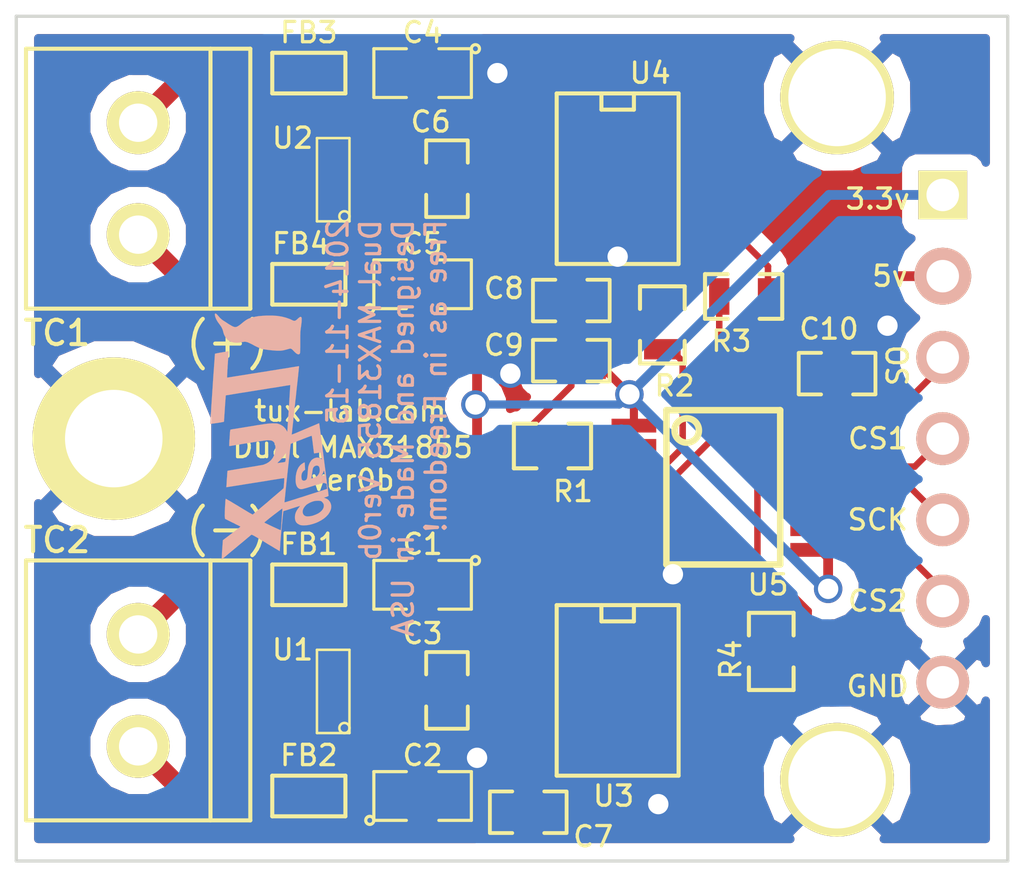
<source format=kicad_pcb>
(kicad_pcb (version 4) (host pcbnew "(2014-11-09 BZR 5259)-product")

  (general
    (links 59)
    (no_connects 0)
    (area 81.584799 78.6892 156.830486 127.7874)
    (thickness 1.6)
    (drawings 16)
    (tracks 145)
    (zones 0)
    (modules 30)
    (nets 28)
  )

  (page A4)
  (layers
    (0 F.Cu signal)
    (31 B.Cu signal)
    (36 B.SilkS user)
    (37 F.SilkS user)
    (38 B.Mask user)
    (39 F.Mask user)
    (44 Edge.Cuts user)
  )

  (setup
    (last_trace_width 0.3048)
    (trace_clearance 0.254)
    (zone_clearance 0.508)
    (zone_45_only no)
    (trace_min 0.2032)
    (segment_width 0.2)
    (edge_width 0.1)
    (via_size 0.889)
    (via_drill 0.635)
    (via_min_size 0.889)
    (via_min_drill 0.508)
    (uvia_size 0.508)
    (uvia_drill 0.127)
    (uvias_allowed no)
    (uvia_min_size 0.508)
    (uvia_min_drill 0.127)
    (pcb_text_width 0.3)
    (pcb_text_size 1.5 1.5)
    (mod_edge_width 0.15)
    (mod_text_size 1 1)
    (mod_text_width 0.15)
    (pad_size 3.556 3.556)
    (pad_drill 3.048)
    (pad_to_mask_clearance 0)
    (aux_axis_origin 0 0)
    (visible_elements FFFFFF7F)
    (pcbplotparams
      (layerselection 0x010f0_80000001)
      (usegerberextensions true)
      (excludeedgelayer true)
      (linewidth 0.050000)
      (plotframeref false)
      (viasonmask false)
      (mode 1)
      (useauxorigin false)
      (hpglpennumber 1)
      (hpglpenspeed 20)
      (hpglpendiameter 15)
      (hpglpenoverlay 2)
      (psnegative false)
      (psa4output false)
      (plotreference true)
      (plotvalue true)
      (plotinvisibletext false)
      (padsonsilk false)
      (subtractmaskfromsilk false)
      (outputformat 1)
      (mirror false)
      (drillshape 0)
      (scaleselection 1)
      (outputdirectory reflow_oven_ver0b_gerber_20141115/))
  )

  (net 0 "")
  (net 1 GND)
  (net 2 "Net-(C1-Pad2)")
  (net 3 "Net-(C2-Pad1)")
  (net 4 "Net-(C4-Pad2)")
  (net 5 "Net-(C5-Pad1)")
  (net 6 3.3V)
  (net 7 "Net-(FB1-Pad1)")
  (net 8 "Net-(FB2-Pad1)")
  (net 9 "Net-(FB3-Pad1)")
  (net 10 "Net-(FB4-Pad1)")
  (net 11 CS1)
  (net 12 CS2)
  (net 13 SO)
  (net 14 SCK)
  (net 15 "Net-(R1-Pad1)")
  (net 16 "Net-(R2-Pad1)")
  (net 17 "Net-(R3-Pad1)")
  (net 18 "Net-(R4-Pad1)")
  (net 19 "Net-(U3-Pad8)")
  (net 20 "Net-(U4-Pad8)")
  (net 21 "Net-(R1-Pad2)")
  (net 22 "Net-(R2-Pad2)")
  (net 23 "Net-(R3-Pad2)")
  (net 24 "Net-(R4-Pad2)")
  (net 25 "Net-(U5-Pad6)")
  (net 26 "Net-(U5-Pad9)")
  (net 27 5V)

  (net_class Default "This is the default net class."
    (clearance 0.254)
    (trace_width 0.3048)
    (via_dia 0.889)
    (via_drill 0.635)
    (uvia_dia 0.508)
    (uvia_drill 0.127)
    (add_net 3.3V)
    (add_net 5V)
    (add_net CS1)
    (add_net CS2)
    (add_net GND)
    (add_net "Net-(C1-Pad2)")
    (add_net "Net-(C2-Pad1)")
    (add_net "Net-(C4-Pad2)")
    (add_net "Net-(C5-Pad1)")
    (add_net "Net-(FB1-Pad1)")
    (add_net "Net-(FB2-Pad1)")
    (add_net "Net-(FB3-Pad1)")
    (add_net "Net-(FB4-Pad1)")
    (add_net "Net-(R1-Pad1)")
    (add_net "Net-(R1-Pad2)")
    (add_net "Net-(R2-Pad1)")
    (add_net "Net-(R2-Pad2)")
    (add_net "Net-(R3-Pad1)")
    (add_net "Net-(R3-Pad2)")
    (add_net "Net-(R4-Pad1)")
    (add_net "Net-(R4-Pad2)")
    (add_net "Net-(U3-Pad8)")
    (add_net "Net-(U4-Pad8)")
    (add_net "Net-(U5-Pad6)")
    (add_net "Net-(U5-Pad9)")
    (add_net SCK)
    (add_net SO)
  )

  (module Connect:SIL-7 (layer F.Cu) (tedit 546842F4) (tstamp 53EC0220)
    (at 130.556 101.6 270)
    (descr "Connecteur 7 pins")
    (tags "CONN DEV")
    (path /53EC1AB1)
    (fp_text reference P3 (at 1.016 -12.192 270) (layer F.SilkS) hide
      (effects (font (size 1.72974 1.08712) (thickness 0.27178)))
    )
    (fp_text value CONN_7 (at 0 -2.54 270) (layer F.SilkS) hide
      (effects (font (size 1.524 1.016) (thickness 0.3048)))
    )
    (pad 1 thru_hole rect (at -7.62 0 270) (size 1.524 1.524) (drill 1.016) (layers *.Cu *.Mask F.SilkS)
      (net 6 3.3V))
    (pad 2 thru_hole circle (at -5.08 0 270) (size 1.778 1.778) (drill 1.016) (layers *.Cu *.SilkS *.Mask)
      (net 27 5V))
    (pad 3 thru_hole circle (at -2.54 0 270) (size 1.651 1.651) (drill 1.016) (layers *.Cu *.SilkS *.Mask)
      (net 13 SO))
    (pad 4 thru_hole circle (at 0 0 270) (size 1.651 1.651) (drill 1.016) (layers *.Cu *.SilkS *.Mask)
      (net 11 CS1))
    (pad 5 thru_hole circle (at 2.54 0 270) (size 1.651 1.651) (drill 1.016) (layers *.Cu *.SilkS *.Mask)
      (net 14 SCK))
    (pad 6 thru_hole circle (at 5.08 0 270) (size 1.651 1.651) (drill 1.016) (layers *.Cu *.SilkS *.Mask)
      (net 12 CS2))
    (pad 7 thru_hole circle (at 7.62 0 270) (size 1.651 1.651) (drill 1.016) (layers *.Cu *.SilkS *.Mask)
      (net 1 GND))
  )

  (module SMD_Packages:SM0805 (layer F.Cu) (tedit 53EAD807) (tstamp 53EAA7B1)
    (at 114.3 106.172 180)
    (path /53CA6DDA)
    (attr smd)
    (fp_text reference C1 (at 0 1.27 180) (layer F.SilkS)
      (effects (font (size 0.635 0.635) (thickness 0.1016)))
    )
    (fp_text value C (at 0 0.381 180) (layer F.SilkS) hide
      (effects (font (size 0.50038 0.50038) (thickness 0.10922)))
    )
    (fp_circle (center -1.651 0.762) (end -1.651 0.635) (layer F.SilkS) (width 0.09906))
    (fp_line (start -0.508 0.762) (end -1.524 0.762) (layer F.SilkS) (width 0.09906))
    (fp_line (start -1.524 0.762) (end -1.524 -0.762) (layer F.SilkS) (width 0.09906))
    (fp_line (start -1.524 -0.762) (end -0.508 -0.762) (layer F.SilkS) (width 0.09906))
    (fp_line (start 0.508 -0.762) (end 1.524 -0.762) (layer F.SilkS) (width 0.09906))
    (fp_line (start 1.524 -0.762) (end 1.524 0.762) (layer F.SilkS) (width 0.09906))
    (fp_line (start 1.524 0.762) (end 0.508 0.762) (layer F.SilkS) (width 0.09906))
    (pad 1 smd rect (at -0.9525 0 180) (size 0.889 1.397) (layers F.Cu F.Mask)
      (net 1 GND))
    (pad 2 smd rect (at 0.9525 0 180) (size 0.889 1.397) (layers F.Cu F.Mask)
      (net 2 "Net-(C1-Pad2)"))
    (model smd/chip_cms.wrl
      (at (xyz 0 0 0))
      (scale (xyz 0.1 0.1 0.1))
      (rotate (xyz 0 0 0))
    )
  )

  (module SMD_Packages:SM0805 (layer F.Cu) (tedit 53EAE39E) (tstamp 53EAD805)
    (at 114.3 112.776)
    (path /53CA6DD4)
    (attr smd)
    (fp_text reference C2 (at 0 -1.27) (layer F.SilkS)
      (effects (font (size 0.635 0.635) (thickness 0.1016)))
    )
    (fp_text value C (at -19.304 1.016) (layer F.SilkS) hide
      (effects (font (size 0.50038 0.50038) (thickness 0.10922)))
    )
    (fp_circle (center -1.651 0.762) (end -1.651 0.635) (layer F.SilkS) (width 0.09906))
    (fp_line (start -0.508 0.762) (end -1.524 0.762) (layer F.SilkS) (width 0.09906))
    (fp_line (start -1.524 0.762) (end -1.524 -0.762) (layer F.SilkS) (width 0.09906))
    (fp_line (start -1.524 -0.762) (end -0.508 -0.762) (layer F.SilkS) (width 0.09906))
    (fp_line (start 0.508 -0.762) (end 1.524 -0.762) (layer F.SilkS) (width 0.09906))
    (fp_line (start 1.524 -0.762) (end 1.524 0.762) (layer F.SilkS) (width 0.09906))
    (fp_line (start 1.524 0.762) (end 0.508 0.762) (layer F.SilkS) (width 0.09906))
    (pad 1 smd rect (at -0.9525 0) (size 0.889 1.397) (layers F.Cu F.Mask)
      (net 3 "Net-(C2-Pad1)"))
    (pad 2 smd rect (at 0.9525 0) (size 0.889 1.397) (layers F.Cu F.Mask)
      (net 1 GND))
    (model smd/chip_cms.wrl
      (at (xyz 0 0 0))
      (scale (xyz 0.1 0.1 0.1))
      (rotate (xyz 0 0 0))
    )
  )

  (module SMD_Packages:SM0603_Capa (layer F.Cu) (tedit 53EAE291) (tstamp 53EAA2BE)
    (at 115.062 109.474 270)
    (path /53CA6DCE)
    (attr smd)
    (fp_text reference C3 (at -1.778 0.762 360) (layer F.SilkS)
      (effects (font (size 0.635 0.635) (thickness 0.1016)))
    )
    (fp_text value C (at -7.874 0.762 360) (layer F.SilkS) hide
      (effects (font (size 0.508 0.4572) (thickness 0.1143)))
    )
    (fp_line (start 0.50038 0.65024) (end 1.19888 0.65024) (layer F.SilkS) (width 0.11938))
    (fp_line (start -0.50038 0.65024) (end -1.19888 0.65024) (layer F.SilkS) (width 0.11938))
    (fp_line (start 0.50038 -0.65024) (end 1.19888 -0.65024) (layer F.SilkS) (width 0.11938))
    (fp_line (start -1.19888 -0.65024) (end -0.50038 -0.65024) (layer F.SilkS) (width 0.11938))
    (fp_line (start 1.19888 -0.635) (end 1.19888 0.635) (layer F.SilkS) (width 0.11938))
    (fp_line (start -1.19888 0.635) (end -1.19888 -0.635) (layer F.SilkS) (width 0.11938))
    (pad 1 smd rect (at -0.762 0 270) (size 0.635 1.143) (layers F.Cu F.Mask)
      (net 2 "Net-(C1-Pad2)"))
    (pad 2 smd rect (at 0.762 0 270) (size 0.635 1.143) (layers F.Cu F.Mask)
      (net 3 "Net-(C2-Pad1)"))
    (model smd\capacitors\C0603.wrl
      (at (xyz 0 0 0.001))
      (scale (xyz 0.5 0.5 0.5))
      (rotate (xyz 0 0 0))
    )
  )

  (module SMD_Packages:SM0805 (layer F.Cu) (tedit 53EAE3B5) (tstamp 53EAA2CB)
    (at 114.3 90.17 180)
    (path /53CA6E4B)
    (attr smd)
    (fp_text reference C4 (at 0 1.27 180) (layer F.SilkS)
      (effects (font (size 0.635 0.635) (thickness 0.1016)))
    )
    (fp_text value C (at 16.51 -0.508 180) (layer F.SilkS) hide
      (effects (font (size 0.50038 0.50038) (thickness 0.10922)))
    )
    (fp_circle (center -1.651 0.762) (end -1.651 0.635) (layer F.SilkS) (width 0.09906))
    (fp_line (start -0.508 0.762) (end -1.524 0.762) (layer F.SilkS) (width 0.09906))
    (fp_line (start -1.524 0.762) (end -1.524 -0.762) (layer F.SilkS) (width 0.09906))
    (fp_line (start -1.524 -0.762) (end -0.508 -0.762) (layer F.SilkS) (width 0.09906))
    (fp_line (start 0.508 -0.762) (end 1.524 -0.762) (layer F.SilkS) (width 0.09906))
    (fp_line (start 1.524 -0.762) (end 1.524 0.762) (layer F.SilkS) (width 0.09906))
    (fp_line (start 1.524 0.762) (end 0.508 0.762) (layer F.SilkS) (width 0.09906))
    (pad 1 smd rect (at -0.9525 0 180) (size 0.889 1.397) (layers F.Cu F.Mask)
      (net 1 GND))
    (pad 2 smd rect (at 0.9525 0 180) (size 0.889 1.397) (layers F.Cu F.Mask)
      (net 4 "Net-(C4-Pad2)"))
    (model smd/chip_cms.wrl
      (at (xyz 0 0 0))
      (scale (xyz 0.1 0.1 0.1))
      (rotate (xyz 0 0 0))
    )
  )

  (module SMD_Packages:SM0805 (layer F.Cu) (tedit 53EAE3BA) (tstamp 53EAA2D8)
    (at 114.3 96.774)
    (path /53CA6E45)
    (attr smd)
    (fp_text reference C5 (at 0 -1.27) (layer F.SilkS)
      (effects (font (size 0.635 0.635) (thickness 0.1016)))
    )
    (fp_text value C (at -17.018 0) (layer F.SilkS) hide
      (effects (font (size 0.50038 0.50038) (thickness 0.10922)))
    )
    (fp_circle (center -1.651 0.762) (end -1.651 0.635) (layer F.SilkS) (width 0.09906))
    (fp_line (start -0.508 0.762) (end -1.524 0.762) (layer F.SilkS) (width 0.09906))
    (fp_line (start -1.524 0.762) (end -1.524 -0.762) (layer F.SilkS) (width 0.09906))
    (fp_line (start -1.524 -0.762) (end -0.508 -0.762) (layer F.SilkS) (width 0.09906))
    (fp_line (start 0.508 -0.762) (end 1.524 -0.762) (layer F.SilkS) (width 0.09906))
    (fp_line (start 1.524 -0.762) (end 1.524 0.762) (layer F.SilkS) (width 0.09906))
    (fp_line (start 1.524 0.762) (end 0.508 0.762) (layer F.SilkS) (width 0.09906))
    (pad 1 smd rect (at -0.9525 0) (size 0.889 1.397) (layers F.Cu F.Mask)
      (net 5 "Net-(C5-Pad1)"))
    (pad 2 smd rect (at 0.9525 0) (size 0.889 1.397) (layers F.Cu F.Mask)
      (net 1 GND))
    (model smd/chip_cms.wrl
      (at (xyz 0 0 0))
      (scale (xyz 0.1 0.1 0.1))
      (rotate (xyz 0 0 0))
    )
  )

  (module SMD_Packages:SM0603_Capa (layer F.Cu) (tedit 53EAE3B0) (tstamp 53EAA2E4)
    (at 115.062 93.472 270)
    (path /53CA6E3F)
    (attr smd)
    (fp_text reference C6 (at -1.778 0.508 360) (layer F.SilkS)
      (effects (font (size 0.635 0.635) (thickness 0.1016)))
    )
    (fp_text value C (at -4.064 16.764 360) (layer F.SilkS) hide
      (effects (font (size 1 1) (thickness 0.15)))
    )
    (fp_line (start 0.50038 0.65024) (end 1.19888 0.65024) (layer F.SilkS) (width 0.11938))
    (fp_line (start -0.50038 0.65024) (end -1.19888 0.65024) (layer F.SilkS) (width 0.11938))
    (fp_line (start 0.50038 -0.65024) (end 1.19888 -0.65024) (layer F.SilkS) (width 0.11938))
    (fp_line (start -1.19888 -0.65024) (end -0.50038 -0.65024) (layer F.SilkS) (width 0.11938))
    (fp_line (start 1.19888 -0.635) (end 1.19888 0.635) (layer F.SilkS) (width 0.11938))
    (fp_line (start -1.19888 0.635) (end -1.19888 -0.635) (layer F.SilkS) (width 0.11938))
    (pad 1 smd rect (at -0.762 0 270) (size 0.635 1.143) (layers F.Cu F.Mask)
      (net 4 "Net-(C4-Pad2)"))
    (pad 2 smd rect (at 0.762 0 270) (size 0.635 1.143) (layers F.Cu F.Mask)
      (net 5 "Net-(C5-Pad1)"))
    (model smd\capacitors\C0603.wrl
      (at (xyz 0 0 0.001))
      (scale (xyz 0.5 0.5 0.5))
      (rotate (xyz 0 0 0))
    )
  )

  (module SMD_Packages:SM0603_Capa (layer F.Cu) (tedit 53ED0173) (tstamp 53ECE53D)
    (at 117.602 113.284 180)
    (path /53CA6DC8)
    (attr smd)
    (fp_text reference C7 (at -2.032 -0.762 180) (layer F.SilkS)
      (effects (font (size 0.635 0.635) (thickness 0.1016)))
    )
    (fp_text value C (at -19.558 0.508 270) (layer F.SilkS) hide
      (effects (font (size 0.508 0.4572) (thickness 0.1143)))
    )
    (fp_line (start 0.50038 0.65024) (end 1.19888 0.65024) (layer F.SilkS) (width 0.11938))
    (fp_line (start -0.50038 0.65024) (end -1.19888 0.65024) (layer F.SilkS) (width 0.11938))
    (fp_line (start 0.50038 -0.65024) (end 1.19888 -0.65024) (layer F.SilkS) (width 0.11938))
    (fp_line (start -1.19888 -0.65024) (end -0.50038 -0.65024) (layer F.SilkS) (width 0.11938))
    (fp_line (start 1.19888 -0.635) (end 1.19888 0.635) (layer F.SilkS) (width 0.11938))
    (fp_line (start -1.19888 0.635) (end -1.19888 -0.635) (layer F.SilkS) (width 0.11938))
    (pad 1 smd rect (at -0.762 0 180) (size 0.635 1.143) (layers F.Cu F.Mask)
      (net 6 3.3V))
    (pad 2 smd rect (at 0.762 0 180) (size 0.635 1.143) (layers F.Cu F.Mask)
      (net 1 GND))
    (model smd\capacitors\C0603.wrl
      (at (xyz 0 0 0.001))
      (scale (xyz 0.5 0.5 0.5))
      (rotate (xyz 0 0 0))
    )
  )

  (module SMD_Packages:SM0603_Capa (layer F.Cu) (tedit 53ED017D) (tstamp 53EAA2FC)
    (at 118.9482 97.282)
    (path /53CA6E39)
    (attr smd)
    (fp_text reference C8 (at -2.1082 -0.381) (layer F.SilkS)
      (effects (font (size 0.635 0.635) (thickness 0.1016)))
    )
    (fp_text value C (at -20.574 0.508 90) (layer F.SilkS) hide
      (effects (font (size 0.508 0.4572) (thickness 0.1143)))
    )
    (fp_line (start 0.50038 0.65024) (end 1.19888 0.65024) (layer F.SilkS) (width 0.11938))
    (fp_line (start -0.50038 0.65024) (end -1.19888 0.65024) (layer F.SilkS) (width 0.11938))
    (fp_line (start 0.50038 -0.65024) (end 1.19888 -0.65024) (layer F.SilkS) (width 0.11938))
    (fp_line (start -1.19888 -0.65024) (end -0.50038 -0.65024) (layer F.SilkS) (width 0.11938))
    (fp_line (start 1.19888 -0.635) (end 1.19888 0.635) (layer F.SilkS) (width 0.11938))
    (fp_line (start -1.19888 0.635) (end -1.19888 -0.635) (layer F.SilkS) (width 0.11938))
    (pad 1 smd rect (at -0.762 0) (size 0.635 1.143) (layers F.Cu F.Mask)
      (net 6 3.3V))
    (pad 2 smd rect (at 0.762 0) (size 0.635 1.143) (layers F.Cu F.Mask)
      (net 1 GND))
    (model smd\capacitors\C0603.wrl
      (at (xyz 0 0 0.001))
      (scale (xyz 0.5 0.5 0.5))
      (rotate (xyz 0 0 0))
    )
  )

  (module SMD_Packages:SM0603 (layer F.Cu) (tedit 53EAD752) (tstamp 53EAA306)
    (at 110.744 106.172)
    (path /53CA6DE0)
    (attr smd)
    (fp_text reference FB1 (at 0 -1.27) (layer F.SilkS)
      (effects (font (size 0.635 0.635) (thickness 0.1016)))
    )
    (fp_text value FILTER (at 0 0) (layer F.SilkS) hide
      (effects (font (size 0.508 0.4572) (thickness 0.1143)))
    )
    (fp_line (start -1.143 -0.635) (end 1.143 -0.635) (layer F.SilkS) (width 0.127))
    (fp_line (start 1.143 -0.635) (end 1.143 0.635) (layer F.SilkS) (width 0.127))
    (fp_line (start 1.143 0.635) (end -1.143 0.635) (layer F.SilkS) (width 0.127))
    (fp_line (start -1.143 0.635) (end -1.143 -0.635) (layer F.SilkS) (width 0.127))
    (pad 1 smd rect (at -0.762 0) (size 0.635 1.143) (layers F.Cu F.Mask)
      (net 7 "Net-(FB1-Pad1)"))
    (pad 2 smd rect (at 0.762 0) (size 0.635 1.143) (layers F.Cu F.Mask)
      (net 2 "Net-(C1-Pad2)"))
    (model smd\resistors\R0603.wrl
      (at (xyz 0 0 0.001))
      (scale (xyz 0.5 0.5 0.5))
      (rotate (xyz 0 0 0))
    )
  )

  (module SMD_Packages:SM0603 (layer F.Cu) (tedit 53EAD75F) (tstamp 53EAA788)
    (at 110.744 112.776)
    (path /53CA6DE6)
    (attr smd)
    (fp_text reference FB2 (at 0 -1.27) (layer F.SilkS)
      (effects (font (size 0.635 0.635) (thickness 0.1016)))
    )
    (fp_text value FILTER (at 0 0) (layer F.SilkS) hide
      (effects (font (size 0.508 0.4572) (thickness 0.1143)))
    )
    (fp_line (start -1.143 -0.635) (end 1.143 -0.635) (layer F.SilkS) (width 0.127))
    (fp_line (start 1.143 -0.635) (end 1.143 0.635) (layer F.SilkS) (width 0.127))
    (fp_line (start 1.143 0.635) (end -1.143 0.635) (layer F.SilkS) (width 0.127))
    (fp_line (start -1.143 0.635) (end -1.143 -0.635) (layer F.SilkS) (width 0.127))
    (pad 1 smd rect (at -0.762 0) (size 0.635 1.143) (layers F.Cu F.Mask)
      (net 8 "Net-(FB2-Pad1)"))
    (pad 2 smd rect (at 0.762 0) (size 0.635 1.143) (layers F.Cu F.Mask)
      (net 3 "Net-(C2-Pad1)"))
    (model smd\resistors\R0603.wrl
      (at (xyz 0 0 0.001))
      (scale (xyz 0.5 0.5 0.5))
      (rotate (xyz 0 0 0))
    )
  )

  (module SMD_Packages:SM0603 (layer F.Cu) (tedit 53EAD7F5) (tstamp 53EAA31A)
    (at 110.744 90.17)
    (path /53CA6E51)
    (attr smd)
    (fp_text reference FB3 (at 0 -1.27) (layer F.SilkS)
      (effects (font (size 0.635 0.635) (thickness 0.1016)))
    )
    (fp_text value FILTER (at 0 0) (layer F.SilkS) hide
      (effects (font (size 0.508 0.4572) (thickness 0.1143)))
    )
    (fp_line (start -1.143 -0.635) (end 1.143 -0.635) (layer F.SilkS) (width 0.127))
    (fp_line (start 1.143 -0.635) (end 1.143 0.635) (layer F.SilkS) (width 0.127))
    (fp_line (start 1.143 0.635) (end -1.143 0.635) (layer F.SilkS) (width 0.127))
    (fp_line (start -1.143 0.635) (end -1.143 -0.635) (layer F.SilkS) (width 0.127))
    (pad 1 smd rect (at -0.762 0) (size 0.635 1.143) (layers F.Cu F.Mask)
      (net 9 "Net-(FB3-Pad1)"))
    (pad 2 smd rect (at 0.762 0) (size 0.635 1.143) (layers F.Cu F.Mask)
      (net 4 "Net-(C4-Pad2)"))
    (model smd\resistors\R0603.wrl
      (at (xyz 0 0 0.001))
      (scale (xyz 0.5 0.5 0.5))
      (rotate (xyz 0 0 0))
    )
  )

  (module SMD_Packages:SM0603 (layer F.Cu) (tedit 53EAD830) (tstamp 53EAA324)
    (at 110.744 96.774)
    (path /53CA6E57)
    (attr smd)
    (fp_text reference FB4 (at -0.254 -1.27) (layer F.SilkS)
      (effects (font (size 0.635 0.635) (thickness 0.1016)))
    )
    (fp_text value FILTER (at 0 0) (layer F.SilkS) hide
      (effects (font (size 0.508 0.4572) (thickness 0.1143)))
    )
    (fp_line (start -1.143 -0.635) (end 1.143 -0.635) (layer F.SilkS) (width 0.127))
    (fp_line (start 1.143 -0.635) (end 1.143 0.635) (layer F.SilkS) (width 0.127))
    (fp_line (start 1.143 0.635) (end -1.143 0.635) (layer F.SilkS) (width 0.127))
    (fp_line (start -1.143 0.635) (end -1.143 -0.635) (layer F.SilkS) (width 0.127))
    (pad 1 smd rect (at -0.762 0) (size 0.635 1.143) (layers F.Cu F.Mask)
      (net 10 "Net-(FB4-Pad1)"))
    (pad 2 smd rect (at 0.762 0) (size 0.635 1.143) (layers F.Cu F.Mask)
      (net 5 "Net-(C5-Pad1)"))
    (model smd\resistors\R0603.wrl
      (at (xyz 0 0 0.001))
      (scale (xyz 0.5 0.5 0.5))
      (rotate (xyz 0 0 0))
    )
  )

  (module SMD_Packages:SM0603_Resistor (layer F.Cu) (tedit 53ED019F) (tstamp 53ECE700)
    (at 118.35892 101.83114)
    (path /53CA7540)
    (attr smd)
    (fp_text reference R1 (at 0.64008 1.41986) (layer F.SilkS)
      (effects (font (size 0.635 0.635) (thickness 0.1016)))
    )
    (fp_text value R (at -26.289 0.508 90) (layer F.SilkS) hide
      (effects (font (size 0.508 0.4572) (thickness 0.1143)))
    )
    (fp_line (start -0.50038 -0.6985) (end -1.2065 -0.6985) (layer F.SilkS) (width 0.127))
    (fp_line (start -1.2065 -0.6985) (end -1.2065 0.6985) (layer F.SilkS) (width 0.127))
    (fp_line (start -1.2065 0.6985) (end -0.50038 0.6985) (layer F.SilkS) (width 0.127))
    (fp_line (start 1.2065 -0.6985) (end 0.50038 -0.6985) (layer F.SilkS) (width 0.127))
    (fp_line (start 1.2065 -0.6985) (end 1.2065 0.6985) (layer F.SilkS) (width 0.127))
    (fp_line (start 1.2065 0.6985) (end 0.50038 0.6985) (layer F.SilkS) (width 0.127))
    (pad 1 smd rect (at -0.762 0) (size 0.635 1.143) (layers F.Cu F.Mask)
      (net 15 "Net-(R1-Pad1)"))
    (pad 2 smd rect (at 0.762 0) (size 0.635 1.143) (layers F.Cu F.Mask)
      (net 21 "Net-(R1-Pad2)"))
    (model smd\resistors\R0603.wrl
      (at (xyz 0 0 0.001))
      (scale (xyz 0.5 0.5 0.5))
      (rotate (xyz 0 0 0))
    )
  )

  (module SMD_Packages:SM0603_Resistor (layer F.Cu) (tedit 53ED01A7) (tstamp 53EAA361)
    (at 121.793 98.044 270)
    (path /53CA7594)
    (attr smd)
    (fp_text reference R2 (at 1.905 -0.381 360) (layer F.SilkS)
      (effects (font (size 0.635 0.635) (thickness 0.1016)))
    )
    (fp_text value R (at 10.16 1.524 360) (layer F.SilkS) hide
      (effects (font (size 0.508 0.4572) (thickness 0.1143)))
    )
    (fp_line (start -0.50038 -0.6985) (end -1.2065 -0.6985) (layer F.SilkS) (width 0.127))
    (fp_line (start -1.2065 -0.6985) (end -1.2065 0.6985) (layer F.SilkS) (width 0.127))
    (fp_line (start -1.2065 0.6985) (end -0.50038 0.6985) (layer F.SilkS) (width 0.127))
    (fp_line (start 1.2065 -0.6985) (end 0.50038 -0.6985) (layer F.SilkS) (width 0.127))
    (fp_line (start 1.2065 -0.6985) (end 1.2065 0.6985) (layer F.SilkS) (width 0.127))
    (fp_line (start 1.2065 0.6985) (end 0.50038 0.6985) (layer F.SilkS) (width 0.127))
    (pad 1 smd rect (at -0.762 0 270) (size 0.635 1.143) (layers F.Cu F.Mask)
      (net 16 "Net-(R2-Pad1)"))
    (pad 2 smd rect (at 0.762 0 270) (size 0.635 1.143) (layers F.Cu F.Mask)
      (net 22 "Net-(R2-Pad2)"))
    (model smd\resistors\R0603.wrl
      (at (xyz 0 0 0.001))
      (scale (xyz 0.5 0.5 0.5))
      (rotate (xyz 0 0 0))
    )
  )

  (module SMD_Packages:SM0603_Resistor (layer F.Cu) (tedit 53ED01AA) (tstamp 53EAA36D)
    (at 124.333 97.155 180)
    (path /53CA75E7)
    (attr smd)
    (fp_text reference R3 (at 0.381 -1.397 180) (layer F.SilkS)
      (effects (font (size 0.635 0.635) (thickness 0.1016)))
    )
    (fp_text value R (at 10.922 -0.254 270) (layer F.SilkS) hide
      (effects (font (size 0.508 0.4572) (thickness 0.1143)))
    )
    (fp_line (start -0.50038 -0.6985) (end -1.2065 -0.6985) (layer F.SilkS) (width 0.127))
    (fp_line (start -1.2065 -0.6985) (end -1.2065 0.6985) (layer F.SilkS) (width 0.127))
    (fp_line (start -1.2065 0.6985) (end -0.50038 0.6985) (layer F.SilkS) (width 0.127))
    (fp_line (start 1.2065 -0.6985) (end 0.50038 -0.6985) (layer F.SilkS) (width 0.127))
    (fp_line (start 1.2065 -0.6985) (end 1.2065 0.6985) (layer F.SilkS) (width 0.127))
    (fp_line (start 1.2065 0.6985) (end 0.50038 0.6985) (layer F.SilkS) (width 0.127))
    (pad 1 smd rect (at -0.762 0 180) (size 0.635 1.143) (layers F.Cu F.Mask)
      (net 17 "Net-(R3-Pad1)"))
    (pad 2 smd rect (at 0.762 0 180) (size 0.635 1.143) (layers F.Cu F.Mask)
      (net 23 "Net-(R3-Pad2)"))
    (model smd\resistors\R0603.wrl
      (at (xyz 0 0 0.001))
      (scale (xyz 0.5 0.5 0.5))
      (rotate (xyz 0 0 0))
    )
  )

  (module SMD_Packages:SM0603_Resistor (layer F.Cu) (tedit 53EAE296) (tstamp 53EAA379)
    (at 125.1966 108.2548 90)
    (path /53EAB423)
    (attr smd)
    (fp_text reference R4 (at -0.254 -1.27 90) (layer F.SilkS)
      (effects (font (size 0.635 0.635) (thickness 0.1016)))
    )
    (fp_text value R (at -1.524 -8.128 180) (layer F.SilkS) hide
      (effects (font (size 0.508 0.4572) (thickness 0.1143)))
    )
    (fp_line (start -0.50038 -0.6985) (end -1.2065 -0.6985) (layer F.SilkS) (width 0.127))
    (fp_line (start -1.2065 -0.6985) (end -1.2065 0.6985) (layer F.SilkS) (width 0.127))
    (fp_line (start -1.2065 0.6985) (end -0.50038 0.6985) (layer F.SilkS) (width 0.127))
    (fp_line (start 1.2065 -0.6985) (end 0.50038 -0.6985) (layer F.SilkS) (width 0.127))
    (fp_line (start 1.2065 -0.6985) (end 1.2065 0.6985) (layer F.SilkS) (width 0.127))
    (fp_line (start 1.2065 0.6985) (end 0.50038 0.6985) (layer F.SilkS) (width 0.127))
    (pad 1 smd rect (at -0.762 0 90) (size 0.635 1.143) (layers F.Cu F.Mask)
      (net 18 "Net-(R4-Pad1)"))
    (pad 2 smd rect (at 0.762 0 90) (size 0.635 1.143) (layers F.Cu F.Mask)
      (net 24 "Net-(R4-Pad2)"))
    (model smd\resistors\R0603.wrl
      (at (xyz 0 0 0.001))
      (scale (xyz 0.5 0.5 0.5))
      (rotate (xyz 0 0 0))
    )
  )

  (module SMD_Packages:SOT23 (layer F.Cu) (tedit 53EAE28B) (tstamp 53EAA795)
    (at 111.506 109.474 90)
    (tags SOT23)
    (path /53CA6DEC)
    (fp_text reference U1 (at 1.27 -1.27 180) (layer F.SilkS)
      (effects (font (size 0.635 0.635) (thickness 0.1016)))
    )
    (fp_text value NUP2105 (at 0 -12.954 90) (layer F.SilkS) hide
      (effects (font (size 0.50038 0.50038) (thickness 0.09906)))
    )
    (fp_circle (center -1.17602 0.35052) (end -1.30048 0.44958) (layer F.SilkS) (width 0.07874))
    (fp_line (start 1.27 -0.508) (end 1.27 0.508) (layer F.SilkS) (width 0.07874))
    (fp_line (start -1.3335 -0.508) (end -1.3335 0.508) (layer F.SilkS) (width 0.07874))
    (fp_line (start 1.27 0.508) (end -1.3335 0.508) (layer F.SilkS) (width 0.07874))
    (fp_line (start -1.3335 -0.508) (end 1.27 -0.508) (layer F.SilkS) (width 0.07874))
    (pad 3 smd rect (at 0 -1.09982 90) (size 0.8001 1.00076) (layers F.Cu F.Mask)
      (net 1 GND))
    (pad 2 smd rect (at 0.9525 1.09982 90) (size 0.8001 1.00076) (layers F.Cu F.Mask)
      (net 2 "Net-(C1-Pad2)"))
    (pad 1 smd rect (at -0.9525 1.09982 90) (size 0.8001 1.00076) (layers F.Cu F.Mask)
      (net 3 "Net-(C2-Pad1)"))
    (model smd\SOT23_3.wrl
      (at (xyz 0 0 0))
      (scale (xyz 0.4 0.4 0.4))
      (rotate (xyz 0 0 180))
    )
  )

  (module SMD_Packages:SOT23 (layer F.Cu) (tedit 53EAE392) (tstamp 53EAA391)
    (at 111.506 93.472 90)
    (tags SOT23)
    (path /53CA6E5D)
    (fp_text reference U2 (at 1.27 -1.27 180) (layer F.SilkS)
      (effects (font (size 0.635 0.635) (thickness 0.1016)))
    )
    (fp_text value NUP2105 (at -0.254 -13.716 90) (layer F.SilkS) hide
      (effects (font (size 0.50038 0.50038) (thickness 0.09906)))
    )
    (fp_circle (center -1.17602 0.35052) (end -1.30048 0.44958) (layer F.SilkS) (width 0.07874))
    (fp_line (start 1.27 -0.508) (end 1.27 0.508) (layer F.SilkS) (width 0.07874))
    (fp_line (start -1.3335 -0.508) (end -1.3335 0.508) (layer F.SilkS) (width 0.07874))
    (fp_line (start 1.27 0.508) (end -1.3335 0.508) (layer F.SilkS) (width 0.07874))
    (fp_line (start -1.3335 -0.508) (end 1.27 -0.508) (layer F.SilkS) (width 0.07874))
    (pad 3 smd rect (at 0 -1.09982 90) (size 0.8001 1.00076) (layers F.Cu F.Mask)
      (net 1 GND))
    (pad 2 smd rect (at 0.9525 1.09982 90) (size 0.8001 1.00076) (layers F.Cu F.Mask)
      (net 4 "Net-(C4-Pad2)"))
    (pad 1 smd rect (at -0.9525 1.09982 90) (size 0.8001 1.00076) (layers F.Cu F.Mask)
      (net 5 "Net-(C5-Pad1)"))
    (model smd\SOT23_3.wrl
      (at (xyz 0 0 0))
      (scale (xyz 0.4 0.4 0.4))
      (rotate (xyz 0 0 180))
    )
  )

  (module SMD_Packages:SO8E (layer F.Cu) (tedit 53ED016C) (tstamp 53EAA3A5)
    (at 120.396 109.474 270)
    (descr "module CMS SOJ 8 pins etroit")
    (tags "CMS SOJ")
    (path /53CA6DBC)
    (attr smd)
    (fp_text reference U3 (at 3.302 0.127 360) (layer F.SilkS)
      (effects (font (size 0.635 0.635) (thickness 0.1016)))
    )
    (fp_text value MAX31855 (at -14.224 -0.762 270) (layer F.SilkS) hide
      (effects (font (size 0.889 0.889) (thickness 0.1524)))
    )
    (fp_line (start -2.667 1.778) (end -2.667 1.905) (layer F.SilkS) (width 0.127))
    (fp_line (start -2.667 1.905) (end 2.667 1.905) (layer F.SilkS) (width 0.127))
    (fp_line (start 2.667 -1.905) (end -2.667 -1.905) (layer F.SilkS) (width 0.127))
    (fp_line (start -2.667 -1.905) (end -2.667 1.778) (layer F.SilkS) (width 0.127))
    (fp_line (start -2.667 -0.508) (end -2.159 -0.508) (layer F.SilkS) (width 0.127))
    (fp_line (start -2.159 -0.508) (end -2.159 0.508) (layer F.SilkS) (width 0.127))
    (fp_line (start -2.159 0.508) (end -2.667 0.508) (layer F.SilkS) (width 0.127))
    (fp_line (start 2.667 -1.905) (end 2.667 1.905) (layer F.SilkS) (width 0.127))
    (pad 8 smd rect (at -1.905 -2.667 270) (size 0.59944 1.39954) (layers F.Cu F.Mask)
      (net 19 "Net-(U3-Pad8)"))
    (pad 1 smd rect (at -1.905 2.667 270) (size 0.59944 1.39954) (layers F.Cu F.Mask)
      (net 1 GND))
    (pad 7 smd rect (at -0.635 -2.667 270) (size 0.59944 1.39954) (layers F.Cu F.Mask)
      (net 15 "Net-(R1-Pad1)"))
    (pad 6 smd rect (at 0.635 -2.667 270) (size 0.59944 1.39954) (layers F.Cu F.Mask)
      (net 18 "Net-(R4-Pad1)"))
    (pad 5 smd rect (at 1.905 -2.667 270) (size 0.59944 1.39954) (layers F.Cu F.Mask)
      (net 17 "Net-(R3-Pad1)"))
    (pad 2 smd rect (at -0.635 2.667 270) (size 0.59944 1.39954) (layers F.Cu F.Mask)
      (net 2 "Net-(C1-Pad2)"))
    (pad 3 smd rect (at 0.635 2.667 270) (size 0.59944 1.39954) (layers F.Cu F.Mask)
      (net 3 "Net-(C2-Pad1)"))
    (pad 4 smd rect (at 1.905 2.667 270) (size 0.59944 1.39954) (layers F.Cu F.Mask)
      (net 6 3.3V))
    (model smd/cms_so8.wrl
      (at (xyz 0 0 0))
      (scale (xyz 0.5 0.32 0.5))
      (rotate (xyz 0 0 0))
    )
  )

  (module SMD_Packages:SO8E (layer F.Cu) (tedit 53EAE397) (tstamp 53EAA3B9)
    (at 120.396 93.472 270)
    (descr "module CMS SOJ 8 pins etroit")
    (tags "CMS SOJ")
    (path /53CA6E2D)
    (attr smd)
    (fp_text reference U4 (at -3.302 -1.016 360) (layer F.SilkS)
      (effects (font (size 0.635 0.635) (thickness 0.1016)))
    )
    (fp_text value MAX31855 (at 9.398 35.052 270) (layer F.SilkS) hide
      (effects (font (size 0.889 0.889) (thickness 0.1524)))
    )
    (fp_line (start -2.667 1.778) (end -2.667 1.905) (layer F.SilkS) (width 0.127))
    (fp_line (start -2.667 1.905) (end 2.667 1.905) (layer F.SilkS) (width 0.127))
    (fp_line (start 2.667 -1.905) (end -2.667 -1.905) (layer F.SilkS) (width 0.127))
    (fp_line (start -2.667 -1.905) (end -2.667 1.778) (layer F.SilkS) (width 0.127))
    (fp_line (start -2.667 -0.508) (end -2.159 -0.508) (layer F.SilkS) (width 0.127))
    (fp_line (start -2.159 -0.508) (end -2.159 0.508) (layer F.SilkS) (width 0.127))
    (fp_line (start -2.159 0.508) (end -2.667 0.508) (layer F.SilkS) (width 0.127))
    (fp_line (start 2.667 -1.905) (end 2.667 1.905) (layer F.SilkS) (width 0.127))
    (pad 8 smd rect (at -1.905 -2.667 270) (size 0.59944 1.39954) (layers F.Cu F.Mask)
      (net 20 "Net-(U4-Pad8)"))
    (pad 1 smd rect (at -1.905 2.667 270) (size 0.59944 1.39954) (layers F.Cu F.Mask)
      (net 1 GND))
    (pad 7 smd rect (at -0.635 -2.667 270) (size 0.59944 1.39954) (layers F.Cu F.Mask)
      (net 15 "Net-(R1-Pad1)"))
    (pad 6 smd rect (at 0.635 -2.667 270) (size 0.59944 1.39954) (layers F.Cu F.Mask)
      (net 16 "Net-(R2-Pad1)"))
    (pad 5 smd rect (at 1.905 -2.667 270) (size 0.59944 1.39954) (layers F.Cu F.Mask)
      (net 17 "Net-(R3-Pad1)"))
    (pad 2 smd rect (at -0.635 2.667 270) (size 0.59944 1.39954) (layers F.Cu F.Mask)
      (net 4 "Net-(C4-Pad2)"))
    (pad 3 smd rect (at 0.635 2.667 270) (size 0.59944 1.39954) (layers F.Cu F.Mask)
      (net 5 "Net-(C5-Pad1)"))
    (pad 4 smd rect (at 1.905 2.667 270) (size 0.59944 1.39954) (layers F.Cu F.Mask)
      (net 6 3.3V))
    (model smd/cms_so8.wrl
      (at (xyz 0 0 0))
      (scale (xyz 0.5 0.32 0.5))
      (rotate (xyz 0 0 0))
    )
  )

  (module ReflowOven:MountingHole-4-40 (layer F.Cu) (tedit 5468403D) (tstamp 54684621)
    (at 127.254 90.678)
    (fp_text reference MountingHole-4-40 (at 17.4498 32.4866) (layer F.SilkS) hide
      (effects (font (thickness 0.3048)))
    )
    (fp_text value VAL** (at 0 -10.2108) (layer F.SilkS) hide
      (effects (font (thickness 0.3048)))
    )
    (pad "" thru_hole circle (at 0 0.254) (size 3.556 3.556) (drill 3.048) (layers *.Cu *.Mask F.SilkS)
      (net 1 GND) (clearance 0.508))
  )

  (module ReflowOven:MountingHole-4-40 (layer F.Cu) (tedit 54684062) (tstamp 5468461B)
    (at 127.254 112.268)
    (fp_text reference MountingHole-4-40 (at 0 14.0462) (layer F.SilkS) hide
      (effects (font (thickness 0.3048)))
    )
    (fp_text value VAL** (at 16.256 -10.16) (layer F.SilkS) hide
      (effects (font (thickness 0.3048)))
    )
    (pad "" thru_hole circle (at 0 0) (size 3.556 3.556) (drill 3.048) (layers *.Cu *.Mask F.SilkS)
      (net 1 GND) (clearance 0.508))
  )

  (module ReflowOven:MountingHole-4-40 (layer F.Cu) (tedit 54683F93) (tstamp 53EAE5DA)
    (at 104.648 101.6)
    (fp_text reference MountingHole-4-40 (at -6.604 22.352) (layer F.SilkS) hide
      (effects (font (thickness 0.3048)))
    )
    (fp_text value VAL** (at -13.462 -1.016) (layer F.SilkS) hide
      (effects (font (thickness 0.3048)))
    )
    (pad "" thru_hole circle (at 0 0) (size 5.08 5.08) (drill 3.048) (layers *.Cu *.Mask F.SilkS)
      (net 1 GND))
  )

  (module ReflowOven:TuxLabLogoR (layer F.Cu) (tedit 53EAE413) (tstamp 53EAEAAE)
    (at 109.474 101.473 90)
    (fp_text reference G*** (at 0.2032 5.3594 90) (layer B.SilkS) hide
      (effects (font (thickness 0.3048)))
    )
    (fp_text value TuxLabLogoR (at 0.1016 -4.9784 90) (layer B.SilkS) hide
      (effects (font (thickness 0.3048)))
    )
    (fp_poly (pts (xy 2.6035 -1.23952) (xy 2.6035 -1.23698) (xy 2.59588 -1.23698) (xy 2.57048 -1.23952)
      (xy 2.53492 -1.24206) (xy 2.48412 -1.2446) (xy 2.4257 -1.24714) (xy 2.35966 -1.25222)
      (xy 2.28346 -1.2573) (xy 2.22504 -1.25984) (xy 2.1463 -1.26746) (xy 2.0701 -1.27)
      (xy 2.00152 -1.27508) (xy 1.94056 -1.27762) (xy 1.88976 -1.28016) (xy 1.84912 -1.2827)
      (xy 1.82372 -1.28524) (xy 1.81356 -1.2827) (xy 1.78054 -1.2827) (xy 1.9558 -0.18034)
      (xy 1.97612 -0.04572) (xy 1.99898 0.08128) (xy 2.01676 0.20574) (xy 2.03708 0.32512)
      (xy 2.05486 0.43688) (xy 2.0701 0.53848) (xy 2.08534 0.63246) (xy 2.10058 0.71628)
      (xy 2.11074 0.7874) (xy 2.1209 0.84582) (xy 2.12852 0.89154) (xy 2.1336 0.92202)
      (xy 2.13614 0.9398) (xy 2.13614 0.9398) (xy 2.13614 0.95758) (xy 2.12852 0.96266)
      (xy 2.11582 0.9652) (xy 2.10566 0.96266) (xy 2.07772 0.96012) (xy 2.03454 0.95504)
      (xy 1.97866 0.94996) (xy 1.91262 0.94234) (xy 1.83134 0.93472) (xy 1.74244 0.92456)
      (xy 1.64084 0.9144) (xy 1.53162 0.9017) (xy 1.41732 0.889) (xy 1.2954 0.8763)
      (xy 1.16586 0.8636) (xy 1.04902 0.84836) (xy 0.91694 0.83566) (xy 0.78994 0.82042)
      (xy 0.67056 0.80772) (xy 0.55626 0.79502) (xy 0.44958 0.78486) (xy 0.35052 0.7747)
      (xy 0.26416 0.76454) (xy 0.18542 0.75692) (xy 0.12192 0.7493) (xy 0.06858 0.74422)
      (xy 0.03048 0.73914) (xy 0.00762 0.7366) (xy 0 0.7366) (xy 0 0.74422)
      (xy 0.01016 0.76708) (xy 0.02286 0.80264) (xy 0.04064 0.84836) (xy 0.0635 0.90424)
      (xy 0.09144 0.96774) (xy 0.12192 1.0414) (xy 0.15494 1.1176) (xy 0.17526 1.16586)
      (xy 0.20828 1.2446) (xy 0.2413 1.3208) (xy 0.26924 1.38938) (xy 0.29464 1.45034)
      (xy 0.3175 1.50368) (xy 0.33528 1.54432) (xy 0.34798 1.5748) (xy 0.35306 1.59004)
      (xy 0.35306 1.59512) (xy 0.34544 1.59512) (xy 0.32004 1.59766) (xy 0.28194 1.60528)
      (xy 0.23114 1.61036) (xy 0.1651 1.62052) (xy 0.09144 1.63068) (xy 0.00762 1.64084)
      (xy -0.0381 1.64592) (xy -0.0381 1.36144) (xy -0.04064 1.35128) (xy -0.04826 1.33096)
      (xy -0.05842 1.29794) (xy -0.0762 1.25222) (xy -0.09398 1.20142) (xy -0.11684 1.14554)
      (xy -0.1397 1.08458) (xy -0.1651 1.02362) (xy -0.18796 0.96012) (xy -0.21082 0.9017)
      (xy -0.23368 0.84582) (xy -0.25146 0.79756) (xy -0.26924 0.75692) (xy -0.28194 0.72644)
      (xy -0.28956 0.70866) (xy -0.28956 0.70358) (xy -0.29972 0.70358) (xy -0.32258 0.6985)
      (xy -0.36068 0.69596) (xy -0.41402 0.68834) (xy -0.47498 0.68072) (xy -0.54864 0.6731)
      (xy -0.5842 0.67056) (xy -0.5842 0.55372) (xy -0.5842 0.55118) (xy -0.59182 0.54356)
      (xy -0.61214 0.52832) (xy -0.63754 0.508) (xy -0.66548 0.49022) (xy -0.71882 0.45212)
      (xy -0.77216 0.40386) (xy -0.81534 0.36322) (xy -0.84328 0.33274) (xy -0.86614 0.30988)
      (xy -0.88392 0.29464) (xy -0.89154 0.28702) (xy -0.89154 0.28702) (xy -0.89154 0.29718)
      (xy -0.889 0.3175) (xy -0.88392 0.35052) (xy -0.87884 0.38608) (xy -0.87376 0.42418)
      (xy -0.86868 0.46228) (xy -0.8636 0.4953) (xy -0.85852 0.51562) (xy -0.85852 0.5207)
      (xy -0.85598 0.52832) (xy -0.8509 0.5334) (xy -0.8382 0.53594) (xy -0.81788 0.54102)
      (xy -0.7874 0.54356) (xy -0.74168 0.5461) (xy -0.72898 0.5461) (xy -0.68326 0.54864)
      (xy -0.64516 0.55118) (xy -0.61468 0.55372) (xy -0.5969 0.55626) (xy -0.59182 0.55626)
      (xy -0.5842 0.55372) (xy -0.5842 0.67056) (xy -0.62992 0.66548) (xy -0.71882 0.65532)
      (xy -0.81534 0.64516) (xy -0.91694 0.635) (xy -1.02108 0.6223) (xy -1.12776 0.61214)
      (xy -1.23444 0.59944) (xy -1.34112 0.58928) (xy -1.4478 0.57658) (xy -1.5494 0.56642)
      (xy -1.64846 0.55626) (xy -1.7399 0.5461) (xy -1.82626 0.53848) (xy -1.90246 0.53086)
      (xy -1.97104 0.52324) (xy -2.02692 0.51816) (xy -2.07264 0.51308) (xy -2.10312 0.51054)
      (xy -2.11836 0.508) (xy -2.1209 0.508) (xy -2.11836 0.51816) (xy -2.11328 0.54102)
      (xy -2.10312 0.57912) (xy -2.08788 0.62738) (xy -2.0701 0.6858) (xy -2.04724 0.75692)
      (xy -2.02438 0.83312) (xy -1.99644 0.91694) (xy -1.9685 1.00584) (xy -1.96088 1.03378)
      (xy -1.9177 1.16586) (xy -1.8796 1.2827) (xy -1.84658 1.38684) (xy -1.81864 1.47574)
      (xy -1.79324 1.55448) (xy -1.77292 1.61798) (xy -1.75514 1.67386) (xy -1.7399 1.71958)
      (xy -1.7272 1.75514) (xy -1.71704 1.78562) (xy -1.70942 1.80594) (xy -1.70434 1.82118)
      (xy -1.69926 1.83388) (xy -1.69672 1.83896) (xy -1.69418 1.8415) (xy -1.69164 1.84404)
      (xy -1.6891 1.8415) (xy -1.68656 1.8415) (xy -1.68656 1.8415) (xy -1.67132 1.83896)
      (xy -1.64338 1.83642) (xy -1.61036 1.83134) (xy -1.6002 1.83134) (xy -1.56464 1.8288)
      (xy -1.54432 1.82372) (xy -1.53416 1.81864) (xy -1.53162 1.81102) (xy -1.53162 1.81102)
      (xy -1.53162 1.79324) (xy -1.524 1.778) (xy -1.51892 1.7653) (xy -1.51638 1.75006)
      (xy -1.51638 1.7272) (xy -1.52146 1.7018) (xy -1.52908 1.66624) (xy -1.53924 1.62052)
      (xy -1.55702 1.56464) (xy -1.57734 1.49606) (xy -1.60274 1.41224) (xy -1.60782 1.39954)
      (xy -1.63322 1.31572) (xy -1.65608 1.2446) (xy -1.67386 1.18618) (xy -1.68656 1.13792)
      (xy -1.69672 1.09982) (xy -1.70434 1.07188) (xy -1.70688 1.04902) (xy -1.70942 1.0287)
      (xy -1.70688 1.01346) (xy -1.70688 1.00584) (xy -1.6891 0.96012) (xy -1.65862 0.92202)
      (xy -1.6129 0.89154) (xy -1.55448 0.87122) (xy -1.4859 0.85852) (xy -1.40462 0.85598)
      (xy -1.31064 0.86106) (xy -1.29286 0.8636) (xy -1.1938 0.88138) (xy -1.1049 0.90932)
      (xy -1.0287 0.94742) (xy -0.9652 0.99568) (xy -0.96012 1.0033) (xy -0.93726 1.02616)
      (xy -0.91694 1.0541) (xy -0.89662 1.08458) (xy -0.88138 1.10998) (xy -0.87376 1.1303)
      (xy -0.87376 1.14046) (xy -0.88392 1.143) (xy -0.90678 1.143) (xy -0.94234 1.14554)
      (xy -0.98298 1.14808) (xy -0.99314 1.14808) (xy -1.1049 1.15316) (xy -1.12268 1.12268)
      (xy -1.15824 1.08458) (xy -1.20396 1.05664) (xy -1.25984 1.0414) (xy -1.32588 1.03886)
      (xy -1.35382 1.0414) (xy -1.38684 1.04648) (xy -1.4097 1.0541) (xy -1.42494 1.0668)
      (xy -1.42748 1.06934) (xy -1.44272 1.09982) (xy -1.44272 1.13284) (xy -1.43002 1.16586)
      (xy -1.41732 1.1811) (xy -1.40462 1.19634) (xy -1.38684 1.2065) (xy -1.36144 1.21412)
      (xy -1.32842 1.22174) (xy -1.28524 1.22682) (xy -1.22682 1.2319) (xy -1.18364 1.23444)
      (xy -1.13538 1.23952) (xy -1.08712 1.2446) (xy -1.04648 1.24714) (xy -1.016 1.25222)
      (xy -1.01092 1.25222) (xy -0.94996 1.27) (xy -0.889 1.2954) (xy -0.83566 1.32842)
      (xy -0.79502 1.3589) (xy -0.75946 1.40716) (xy -0.73406 1.45796) (xy -0.72136 1.5113)
      (xy -0.72136 1.5621) (xy -0.73406 1.61036) (xy -0.75946 1.65354) (xy -0.762 1.65608)
      (xy -0.77216 1.66878) (xy -0.7747 1.6764) (xy -0.77216 1.6764) (xy -0.75946 1.67386)
      (xy -0.73406 1.66878) (xy -0.70104 1.6637) (xy -0.66548 1.65608) (xy -0.62738 1.64846)
      (xy -0.5969 1.64338) (xy -0.57404 1.6383) (xy -0.56388 1.63322) (xy -0.56388 1.63322)
      (xy -0.56388 1.62306) (xy -0.56642 1.6002) (xy -0.56896 1.56718) (xy -0.57658 1.53162)
      (xy -0.58166 1.49352) (xy -0.58674 1.46304) (xy -0.58928 1.44018) (xy -0.58928 1.43256)
      (xy -0.58166 1.43256) (xy -0.55626 1.42748) (xy -0.5207 1.4224) (xy -0.47244 1.41732)
      (xy -0.41656 1.4097) (xy -0.3556 1.40208) (xy -0.31496 1.397) (xy -0.24892 1.38938)
      (xy -0.18796 1.38176) (xy -0.13462 1.37414) (xy -0.09144 1.36906) (xy -0.05842 1.36398)
      (xy -0.04064 1.36144) (xy -0.0381 1.36144) (xy -0.0381 1.64592) (xy -0.08382 1.65354)
      (xy -0.18542 1.66624) (xy -0.28956 1.67894) (xy -0.40132 1.69418) (xy -0.51816 1.70942)
      (xy -0.635 1.72466) (xy -0.75438 1.7399) (xy -0.87376 1.75514) (xy -0.97028 1.76784)
      (xy -0.97028 1.50622) (xy -0.98044 1.47066) (xy -1.00076 1.43764) (xy -1.00584 1.43256)
      (xy -1.02616 1.41478) (xy -1.05156 1.40208) (xy -1.08712 1.39192) (xy -1.13284 1.3843)
      (xy -1.17094 1.37922) (xy -1.21666 1.3716) (xy -1.26492 1.36398) (xy -1.30556 1.3589)
      (xy -1.31064 1.35636) (xy -1.34112 1.35128) (xy -1.36398 1.34874) (xy -1.37668 1.34874)
      (xy -1.37668 1.34874) (xy -1.37414 1.35636) (xy -1.36906 1.37668) (xy -1.36144 1.40462)
      (xy -1.35128 1.4351) (xy -1.33858 1.46304) (xy -1.32842 1.4859) (xy -1.32842 1.48844)
      (xy -1.29794 1.53162) (xy -1.25222 1.56972) (xy -1.19888 1.59766) (xy -1.15824 1.60782)
      (xy -1.12522 1.61036) (xy -1.08458 1.61036) (xy -1.04648 1.60274) (xy -1.016 1.59512)
      (xy -1.01092 1.59258) (xy -0.98552 1.57226) (xy -0.97282 1.54178) (xy -0.97028 1.50622)
      (xy -0.97028 1.76784) (xy -0.99314 1.77038) (xy -1.10744 1.78562) (xy -1.1303 1.78816)
      (xy -1.1303 1.74244) (xy -1.13538 1.73736) (xy -1.15062 1.72974) (xy -1.16078 1.7272)
      (xy -1.18872 1.71704) (xy -1.22174 1.7018) (xy -1.23952 1.69164) (xy -1.2827 1.66624)
      (xy -1.28016 1.70688) (xy -1.27762 1.73736) (xy -1.27254 1.75514) (xy -1.26492 1.7653)
      (xy -1.24968 1.76784) (xy -1.22174 1.76276) (xy -1.1938 1.75768) (xy -1.16332 1.7526)
      (xy -1.14046 1.74752) (xy -1.1303 1.74244) (xy -1.1303 1.78816) (xy -1.22174 1.80086)
      (xy -1.33096 1.81356) (xy -1.43256 1.82626) (xy -1.52908 1.83896) (xy -1.61544 1.85166)
      (xy -1.69418 1.86182) (xy -1.76276 1.86944) (xy -1.81864 1.87706) (xy -1.86436 1.88214)
      (xy -1.8923 1.88468) (xy -1.90754 1.88722) (xy -1.90754 1.88722) (xy -1.9177 1.88468)
      (xy -1.92532 1.87452) (xy -1.93548 1.8542) (xy -1.94818 1.82118) (xy -1.95072 1.81356)
      (xy -1.97358 1.7399) (xy -1.98882 1.78308) (xy -2.01676 1.84404) (xy -2.0574 1.89484)
      (xy -2.0701 1.90246) (xy -2.0701 1.54178) (xy -2.07264 1.49352) (xy -2.08026 1.4478)
      (xy -2.08534 1.4224) (xy -2.10312 1.36652) (xy -2.12598 1.31064) (xy -2.15392 1.25984)
      (xy -2.18186 1.21412) (xy -2.19964 1.19126) (xy -2.2479 1.14554) (xy -2.2987 1.10998)
      (xy -2.3495 1.08712) (xy -2.4003 1.07696) (xy -2.44602 1.0795) (xy -2.4892 1.09474)
      (xy -2.52476 1.12268) (xy -2.54508 1.15316) (xy -2.55524 1.18364) (xy -2.56032 1.22682)
      (xy -2.55778 1.28016) (xy -2.55016 1.33604) (xy -2.53746 1.39192) (xy -2.53492 1.39954)
      (xy -2.50444 1.48336) (xy -2.46888 1.55956) (xy -2.42824 1.62052) (xy -2.38252 1.67132)
      (xy -2.33172 1.70942) (xy -2.28092 1.73228) (xy -2.22758 1.7399) (xy -2.18186 1.73482)
      (xy -2.14122 1.7145) (xy -2.10566 1.68402) (xy -2.0828 1.65608) (xy -2.07518 1.62814)
      (xy -2.0701 1.59004) (xy -2.0701 1.54178) (xy -2.0701 1.90246) (xy -2.1082 1.93294)
      (xy -2.16662 1.95834) (xy -2.23012 1.97104) (xy -2.2987 1.9685) (xy -2.35458 1.9558)
      (xy -2.4257 1.92278) (xy -2.49682 1.87706) (xy -2.56286 1.8161) (xy -2.62636 1.74244)
      (xy -2.68224 1.65608) (xy -2.73304 1.5621) (xy -2.76352 1.49098) (xy -2.79654 1.39446)
      (xy -2.8194 1.30556) (xy -2.83464 1.22174) (xy -2.83972 1.13792) (xy -2.83972 1.12522)
      (xy -2.83972 1.0795) (xy -2.83718 1.04902) (xy -2.83464 1.02362) (xy -2.82956 1.0033)
      (xy -2.82194 0.98298) (xy -2.81178 0.96266) (xy -2.78384 0.9144) (xy -2.74828 0.87884)
      (xy -2.70256 0.85344) (xy -2.64668 0.8382) (xy -2.58064 0.83566) (xy -2.50952 0.84074)
      (xy -2.44094 0.86106) (xy -2.37236 0.89408) (xy -2.30378 0.94234) (xy -2.27838 0.96266)
      (xy -2.25552 0.98044) (xy -2.23774 0.99314) (xy -2.23012 0.99568) (xy -2.23012 0.99568)
      (xy -2.23266 0.98806) (xy -2.24028 0.96774) (xy -2.25044 0.93218) (xy -2.26314 0.89154)
      (xy -2.27838 0.84074) (xy -2.29616 0.7874) (xy -2.3114 0.7366) (xy -2.3114 0.44196)
      (xy -2.31648 0.43434) (xy -2.32918 0.41656) (xy -2.35204 0.38608) (xy -2.37998 0.34798)
      (xy -2.41554 0.30226) (xy -2.45618 0.24892) (xy -2.49936 0.1905) (xy -2.5273 0.15494)
      (xy -2.57302 0.09652) (xy -2.6162 0.04064) (xy -2.65684 -0.00762) (xy -2.68986 -0.04826)
      (xy -2.7178 -0.08382) (xy -2.73812 -0.10668) (xy -2.74828 -0.11938) (xy -2.75082 -0.11938)
      (xy -2.75844 -0.10922) (xy -2.77114 -0.08636) (xy -2.78638 -0.05334) (xy -2.8067 -0.01016)
      (xy -2.82956 0.03556) (xy -2.85496 0.0889) (xy -2.88036 0.14224) (xy -2.90576 0.19812)
      (xy -2.92862 0.24892) (xy -2.95148 0.29718) (xy -2.96926 0.33528) (xy -2.98196 0.3683)
      (xy -2.98958 0.38862) (xy -2.99212 0.39624) (xy -2.98196 0.39624) (xy -2.9591 0.39878)
      (xy -2.92354 0.40132) (xy -2.87528 0.4064) (xy -2.82194 0.41148) (xy -2.76098 0.41402)
      (xy -2.69748 0.4191) (xy -2.63144 0.42418) (xy -2.5654 0.42926) (xy -2.50444 0.4318)
      (xy -2.44602 0.43688) (xy -2.39522 0.43942) (xy -2.35712 0.44196) (xy -2.32664 0.44196)
      (xy -2.31394 0.44196) (xy -2.3114 0.44196) (xy -2.3114 0.7366) (xy -2.31394 0.73152)
      (xy -2.33172 0.67564) (xy -2.3495 0.6223) (xy -2.36474 0.57404) (xy -2.37744 0.5334)
      (xy -2.3876 0.50038) (xy -2.39522 0.4826) (xy -2.39776 0.47498) (xy -2.40792 0.47244)
      (xy -2.43332 0.4699) (xy -2.47142 0.46482) (xy -2.51968 0.45974) (xy -2.5781 0.45212)
      (xy -2.64668 0.44704) (xy -2.7178 0.43942) (xy -2.79654 0.4318) (xy -2.87528 0.42418)
      (xy -2.95656 0.41656) (xy -3.0353 0.40894) (xy -3.1115 0.40132) (xy -3.18516 0.39624)
      (xy -3.2512 0.39116) (xy -3.30708 0.38608) (xy -3.32994 0.38354) (xy -3.40106 0.37846)
      (xy -3.4671 0.37592) (xy -3.52298 0.37084) (xy -3.57378 0.3683) (xy -3.60934 0.36322)
      (xy -3.63474 0.36322) (xy -3.6449 0.36068) (xy -3.6449 0.36068) (xy -3.63982 0.35306)
      (xy -3.62966 0.33274) (xy -3.60934 0.29972) (xy -3.58394 0.25654) (xy -3.55346 0.2032)
      (xy -3.51536 0.14224) (xy -3.47472 0.07366) (xy -3.43154 0) (xy -3.38582 -0.07366)
      (xy -3.32994 -0.1651) (xy -3.28422 -0.24384) (xy -3.24612 -0.30734) (xy -3.2131 -0.36068)
      (xy -3.1877 -0.4064) (xy -3.16738 -0.43942) (xy -3.15468 -0.46736) (xy -3.14452 -0.48768)
      (xy -3.1369 -0.50292) (xy -3.13436 -0.51308) (xy -3.13182 -0.5207) (xy -3.13436 -0.52578)
      (xy -3.13436 -0.52832) (xy -3.14198 -0.53594) (xy -3.15976 -0.5588) (xy -3.1877 -0.58928)
      (xy -3.22072 -0.63246) (xy -3.2639 -0.68072) (xy -3.31216 -0.73914) (xy -3.3655 -0.80264)
      (xy -3.42392 -0.87376) (xy -3.48488 -0.94742) (xy -3.52806 -0.99822) (xy -3.59156 -1.07442)
      (xy -3.64998 -1.14554) (xy -3.70586 -1.21158) (xy -3.75666 -1.27254) (xy -3.80238 -1.32588)
      (xy -3.84048 -1.3716) (xy -3.86842 -1.4097) (xy -3.89128 -1.4351) (xy -3.90398 -1.45034)
      (xy -3.90652 -1.45288) (xy -3.89636 -1.45542) (xy -3.8735 -1.45288) (xy -3.8354 -1.45034)
      (xy -3.78968 -1.4478) (xy -3.73126 -1.44526) (xy -3.66776 -1.44272) (xy -3.60426 -1.43764)
      (xy -3.30454 -1.41732) (xy -3.09372 -1.14046) (xy -3.048 -1.0795) (xy -3.00736 -1.02616)
      (xy -2.96926 -0.97536) (xy -2.93624 -0.93472) (xy -2.9083 -0.9017) (xy -2.89052 -0.87884)
      (xy -2.88036 -0.86868) (xy -2.87782 -0.86614) (xy -2.87274 -0.8763) (xy -2.86258 -0.89662)
      (xy -2.8448 -0.92964) (xy -2.82448 -0.97282) (xy -2.79908 -1.02362) (xy -2.7686 -1.0795)
      (xy -2.7559 -1.10998) (xy -2.63652 -1.34874) (xy -2.57302 -1.35636) (xy -2.55016 -1.3589)
      (xy -2.5146 -1.3589) (xy -2.47142 -1.35636) (xy -2.41808 -1.35636) (xy -2.35966 -1.35382)
      (xy -2.2987 -1.35128) (xy -2.23774 -1.34874) (xy -2.17932 -1.34366) (xy -2.12344 -1.34112)
      (xy -2.07772 -1.33858) (xy -2.04216 -1.3335) (xy -2.01676 -1.33096) (xy -2.00914 -1.32842)
      (xy -2.01168 -1.3208) (xy -2.02184 -1.30048) (xy -2.04216 -1.26492) (xy -2.06756 -1.2192)
      (xy -2.10058 -1.16078) (xy -2.14122 -1.09474) (xy -2.18694 -1.01854) (xy -2.23774 -0.93218)
      (xy -2.25298 -0.90932) (xy -2.2987 -0.83312) (xy -2.34188 -0.762) (xy -2.38252 -0.69342)
      (xy -2.41808 -0.635) (xy -2.44856 -0.5842) (xy -2.47142 -0.54102) (xy -2.4892 -0.51054)
      (xy -2.49936 -0.49022) (xy -2.5019 -0.48514) (xy -2.49682 -0.47752) (xy -2.47904 -0.4572)
      (xy -2.45618 -0.42926) (xy -2.42316 -0.38862) (xy -2.38252 -0.3429) (xy -2.33934 -0.28956)
      (xy -2.28854 -0.23114) (xy -2.2352 -0.16764) (xy -2.17932 -0.1016) (xy -2.12344 -0.03302)
      (xy -2.06502 0.03302) (xy -2.0066 0.09906) (xy -1.95072 0.1651) (xy -1.89738 0.2286)
      (xy -1.84912 0.28448) (xy -1.8034 0.33782) (xy -1.7653 0.38354) (xy -1.73482 0.4191)
      (xy -1.70942 0.44704) (xy -1.69418 0.46482) (xy -1.69164 0.46736) (xy -1.68402 0.47498)
      (xy -1.67132 0.48006) (xy -1.65354 0.4826) (xy -1.62814 0.48768) (xy -1.59004 0.49022)
      (xy -1.53924 0.49276) (xy -1.52146 0.4953) (xy -1.47066 0.49784) (xy -1.42748 0.50038)
      (xy -1.39446 0.50038) (xy -1.3716 0.50292) (xy -1.36144 0.50038) (xy -1.36398 0.49276)
      (xy -1.36652 0.46736) (xy -1.3716 0.42926) (xy -1.37922 0.37846) (xy -1.38938 0.31242)
      (xy -1.40208 0.23622) (xy -1.41478 0.14986) (xy -1.43002 0.05588) (xy -1.4478 -0.04572)
      (xy -1.46558 -0.15748) (xy -1.48336 -0.27178) (xy -1.50368 -0.3937) (xy -1.50368 -0.40386)
      (xy -1.524 -0.52578) (xy -1.54178 -0.64008) (xy -1.55956 -0.75184) (xy -1.57734 -0.85598)
      (xy -1.59258 -0.9525) (xy -1.60528 -1.03886) (xy -1.61798 -1.11506) (xy -1.62814 -1.1811)
      (xy -1.63576 -1.23444) (xy -1.64338 -1.27254) (xy -1.64592 -1.29794) (xy -1.64846 -1.3081)
      (xy -1.6383 -1.3081) (xy -1.61544 -1.30556) (xy -1.57988 -1.30302) (xy -1.5367 -1.30048)
      (xy -1.48336 -1.29794) (xy -1.43002 -1.2954) (xy -1.3716 -1.29032) (xy -1.31572 -1.28524)
      (xy -1.26238 -1.2827) (xy -1.21666 -1.28016) (xy -1.17602 -1.27508) (xy -1.15062 -1.27254)
      (xy -1.13538 -1.27254) (xy -1.13284 -1.27254) (xy -1.13284 -1.26238) (xy -1.12776 -1.23952)
      (xy -1.12014 -1.20142) (xy -1.11252 -1.15062) (xy -1.10236 -1.08966) (xy -1.08966 -1.01854)
      (xy -1.07696 -0.9398) (xy -1.06172 -0.85344) (xy -1.04648 -0.762) (xy -1.04394 -0.7366)
      (xy -1.0287 -0.64262) (xy -1.01346 -0.55372) (xy -1.00076 -0.4699) (xy -0.98806 -0.39116)
      (xy -0.97536 -0.32258) (xy -0.9652 -0.26416) (xy -0.95758 -0.21844) (xy -0.9525 -0.18542)
      (xy -0.94742 -0.1651) (xy -0.94742 -0.1651) (xy -0.9398 -0.13716) (xy -0.92456 -0.1016)
      (xy -0.90932 -0.0635) (xy -0.90424 -0.0508) (xy -0.85852 0.02286) (xy -0.8001 0.0889)
      (xy -0.73152 0.14224) (xy -0.65278 0.18288) (xy -0.56388 0.21082) (xy -0.4699 0.22606)
      (xy -0.4191 0.22606) (xy -0.35306 0.22352) (xy -0.29972 0.21082) (xy -0.25654 0.1905)
      (xy -0.23622 0.17526) (xy -0.21336 0.14986) (xy -0.19558 0.12192) (xy -0.18542 0.0889)
      (xy -0.18034 0.04318) (xy -0.1778 0.01524) (xy -0.1778 0) (xy -0.1778 -0.02032)
      (xy -0.18034 -0.04064) (xy -0.18288 -0.06858) (xy -0.18542 -0.09906) (xy -0.1905 -0.1397)
      (xy -0.19812 -0.18796) (xy -0.20574 -0.24384) (xy -0.2159 -0.31242) (xy -0.2286 -0.3937)
      (xy -0.24384 -0.48768) (xy -0.26162 -0.5969) (xy -0.26416 -0.6223) (xy -0.2794 -0.71628)
      (xy -0.29464 -0.80772) (xy -0.30988 -0.89154) (xy -0.32004 -0.97028) (xy -0.33274 -1.03886)
      (xy -0.3429 -1.09728) (xy -0.35052 -1.143) (xy -0.3556 -1.17602) (xy -0.35814 -1.19634)
      (xy -0.35814 -1.19888) (xy -0.36068 -1.21158) (xy -0.35306 -1.21666) (xy -0.33528 -1.2192)
      (xy -0.32766 -1.2192) (xy -0.30988 -1.21666) (xy -0.27686 -1.21666) (xy -0.23368 -1.21412)
      (xy -0.18034 -1.21158) (xy -0.12192 -1.2065) (xy -0.06858 -1.20396) (xy -0.00254 -1.19888)
      (xy 0.04826 -1.19634) (xy 0.08636 -1.1938) (xy 0.1143 -1.18872) (xy 0.13462 -1.18618)
      (xy 0.14478 -1.18364) (xy 0.1524 -1.17856) (xy 0.15494 -1.17348) (xy 0.15494 -1.17094)
      (xy 0.15748 -1.16078) (xy 0.16256 -1.13538) (xy 0.17018 -1.09474) (xy 0.1778 -1.0414)
      (xy 0.18796 -0.9779) (xy 0.20066 -0.90424) (xy 0.21336 -0.82042) (xy 0.2286 -0.73152)
      (xy 0.24384 -0.63754) (xy 0.254 -0.57404) (xy 0.27178 -0.46228) (xy 0.28956 -0.36322)
      (xy 0.30226 -0.2794) (xy 0.31242 -0.20828) (xy 0.32258 -0.14732) (xy 0.3302 -0.09398)
      (xy 0.33528 -0.0508) (xy 0.34036 -0.01524) (xy 0.3429 0.01524) (xy 0.34544 0.04064)
      (xy 0.34798 0.06604) (xy 0.34798 0.09144) (xy 0.35052 0.11684) (xy 0.35052 0.13462)
      (xy 0.34798 0.19812) (xy 0.34798 0.24638) (xy 0.3429 0.28702) (xy 0.33274 0.32258)
      (xy 0.32004 0.35814) (xy 0.30226 0.39624) (xy 0.29718 0.4064) (xy 0.254 0.47244)
      (xy 0.19812 0.52832) (xy 0.13462 0.56896) (xy 0.10668 0.5842) (xy 0.09144 0.59436)
      (xy 0.0889 0.59944) (xy 0.09906 0.59944) (xy 0.10922 0.59944) (xy 0.12192 0.59944)
      (xy 0.14986 0.60198) (xy 0.19304 0.60452) (xy 0.24892 0.60706) (xy 0.31496 0.61214)
      (xy 0.3937 0.61722) (xy 0.48006 0.6223) (xy 0.57404 0.62992) (xy 0.67564 0.635)
      (xy 0.78232 0.64262) (xy 0.84074 0.64516) (xy 0.94742 0.65278) (xy 1.05156 0.6604)
      (xy 1.14808 0.66548) (xy 1.23698 0.67056) (xy 1.31572 0.67564) (xy 1.38684 0.68072)
      (xy 1.44526 0.68326) (xy 1.49352 0.6858) (xy 1.52654 0.68834) (xy 1.54432 0.68834)
      (xy 1.54686 0.68834) (xy 1.54686 0.68072) (xy 1.54178 0.65532) (xy 1.5367 0.61722)
      (xy 1.52908 0.56642) (xy 1.51892 0.50546) (xy 1.50622 0.4318) (xy 1.49352 0.34798)
      (xy 1.47828 0.25908) (xy 1.46304 0.16002) (xy 1.4478 0.05842) (xy 1.43002 -0.04826)
      (xy 1.41224 -0.15748) (xy 1.39446 -0.26924) (xy 1.37668 -0.381) (xy 1.3589 -0.49276)
      (xy 1.34112 -0.60198) (xy 1.32334 -0.70866) (xy 1.3081 -0.8128) (xy 1.29286 -0.90932)
      (xy 1.27762 -0.99822) (xy 1.26492 -1.0795) (xy 1.25222 -1.15062) (xy 1.24206 -1.21158)
      (xy 1.23444 -1.26238) (xy 1.22936 -1.29794) (xy 1.22428 -1.31826) (xy 1.22428 -1.32588)
      (xy 1.21412 -1.32588) (xy 1.19126 -1.32842) (xy 1.15316 -1.33096) (xy 1.1049 -1.3335)
      (xy 1.04648 -1.33858) (xy 0.9779 -1.34366) (xy 0.9017 -1.34874) (xy 0.8255 -1.35382)
      (xy 0.74422 -1.3589) (xy 0.66802 -1.36398) (xy 0.5969 -1.36906) (xy 0.53594 -1.3716)
      (xy 0.48514 -1.37668) (xy 0.44704 -1.37922) (xy 0.4191 -1.37922) (xy 0.40894 -1.38176)
      (xy 0.40386 -1.3843) (xy 0.39878 -1.38938) (xy 0.3937 -1.39954) (xy 0.39116 -1.41732)
      (xy 0.38608 -1.44526) (xy 0.37846 -1.48336) (xy 0.37084 -1.53416) (xy 0.36068 -1.59512)
      (xy 0.35306 -1.65354) (xy 0.34544 -1.70434) (xy 0.34036 -1.74752) (xy 0.33528 -1.78308)
      (xy 0.33274 -1.8034) (xy 0.33274 -1.80848) (xy 0.3429 -1.80848) (xy 0.36576 -1.80848)
      (xy 0.4064 -1.80594) (xy 0.4572 -1.8034) (xy 0.5207 -1.79832) (xy 0.5969 -1.79578)
      (xy 0.68072 -1.78816) (xy 0.7747 -1.78308) (xy 0.87376 -1.778) (xy 0.98044 -1.77038)
      (xy 1.0922 -1.76276) (xy 1.2065 -1.75514) (xy 1.32334 -1.74752) (xy 1.44018 -1.7399)
      (xy 1.55956 -1.73228) (xy 1.67386 -1.72466) (xy 1.78816 -1.71704) (xy 1.89992 -1.70942)
      (xy 2.00406 -1.7018) (xy 2.10312 -1.69418) (xy 2.19456 -1.6891) (xy 2.27838 -1.68148)
      (xy 2.35204 -1.6764) (xy 2.413 -1.67386) (xy 2.4638 -1.66878) (xy 2.49936 -1.66624)
      (xy 2.52222 -1.6637) (xy 2.5273 -1.6637) (xy 2.52984 -1.65354) (xy 2.53492 -1.63068)
      (xy 2.54254 -1.59766) (xy 2.55016 -1.55448) (xy 2.56032 -1.50622) (xy 2.56794 -1.45542)
      (xy 2.5781 -1.40462) (xy 2.58572 -1.35382) (xy 2.59334 -1.31064) (xy 2.59842 -1.27508)
      (xy 2.6035 -1.24968) (xy 2.6035 -1.23952) (xy 2.6035 -1.23952)) (layer B.SilkS) (width 0.00254))
    (fp_poly (pts (xy 3.7846 -1.64846) (xy 3.77952 -1.63068) (xy 3.76428 -1.61036) (xy 3.73888 -1.58496)
      (xy 3.70078 -1.55194) (xy 3.69316 -1.54432) (xy 3.66522 -1.52146) (xy 3.63982 -1.4986)
      (xy 3.61696 -1.47066) (xy 3.58902 -1.44018) (xy 3.56108 -1.39954) (xy 3.52806 -1.3462)
      (xy 3.49504 -1.2954) (xy 3.4544 -1.23444) (xy 3.42646 -1.18618) (xy 3.4036 -1.14808)
      (xy 3.38582 -1.11506) (xy 3.37566 -1.08966) (xy 3.36804 -1.06934) (xy 3.36296 -1.04902)
      (xy 3.36296 -1.04648) (xy 3.36296 -1.01346) (xy 3.37058 -0.98044) (xy 3.3909 -0.94234)
      (xy 3.41884 -0.89916) (xy 3.45948 -0.84582) (xy 3.47472 -0.82804) (xy 3.52298 -0.76962)
      (xy 3.56108 -0.71882) (xy 3.59156 -0.6731) (xy 3.61442 -0.63246) (xy 3.6322 -0.59182)
      (xy 3.63474 -0.5842) (xy 3.66268 -0.4953) (xy 3.68554 -0.40132) (xy 3.70332 -0.29718)
      (xy 3.71348 -0.18034) (xy 3.7211 -0.0508) (xy 3.7211 -0.03556) (xy 3.7211 0.12954)
      (xy 3.71094 0.28448) (xy 3.68808 0.42672) (xy 3.65506 0.55626) (xy 3.61188 0.67818)
      (xy 3.58648 0.73152) (xy 3.5687 0.76962) (xy 3.55854 0.8001) (xy 3.556 0.8255)
      (xy 3.56362 0.8509) (xy 3.57886 0.8763) (xy 3.6068 0.90932) (xy 3.6322 0.93472)
      (xy 3.66268 0.97282) (xy 3.68046 1.00076) (xy 3.68046 1.02108) (xy 3.66776 1.03886)
      (xy 3.66522 1.03886) (xy 3.64236 1.04648) (xy 3.6068 1.04648) (xy 3.55346 1.04648)
      (xy 3.48996 1.0414) (xy 3.41376 1.03124) (xy 3.36804 1.02616) (xy 3.32994 1.01854)
      (xy 3.29438 1.016) (xy 3.26136 1.01092) (xy 3.2258 1.00838) (xy 3.1877 1.00584)
      (xy 3.14706 1.00584) (xy 3.09626 1.0033) (xy 3.0353 1.0033) (xy 2.96164 1.0033)
      (xy 2.89052 1.0033) (xy 2.80416 1.0033) (xy 2.73304 1.0033) (xy 2.67716 1.00076)
      (xy 2.63144 1.00076) (xy 2.59588 0.99822) (xy 2.57048 0.99822) (xy 2.5527 0.99568)
      (xy 2.54254 0.99314) (xy 2.53492 0.9906) (xy 2.51206 0.97028) (xy 2.50698 0.94488)
      (xy 2.5146 0.9144) (xy 2.53746 0.8763) (xy 2.57556 0.83312) (xy 2.61874 0.78994)
      (xy 2.65176 0.75946) (xy 2.67462 0.73152) (xy 2.68478 0.70866) (xy 2.68732 0.68072)
      (xy 2.6797 0.65024) (xy 2.67716 0.64008) (xy 2.65938 0.57912) (xy 2.64668 0.52832)
      (xy 2.63652 0.49022) (xy 2.63144 0.4572) (xy 2.62636 0.42926) (xy 2.62382 0.40386)
      (xy 2.62128 0.37592) (xy 2.62128 0.3429) (xy 2.62128 0.3175) (xy 2.62128 0.2667)
      (xy 2.62636 0.2032) (xy 2.63144 0.13462) (xy 2.63906 0.06096) (xy 2.64668 -0.00762)
      (xy 2.65684 -0.0762) (xy 2.667 -0.13716) (xy 2.67462 -0.18542) (xy 2.67716 -0.19304)
      (xy 2.6924 -0.23622) (xy 2.71272 -0.28956) (xy 2.74066 -0.35052) (xy 2.77622 -0.42418)
      (xy 2.80416 -0.47244) (xy 2.83718 -0.53848) (xy 2.86258 -0.59182) (xy 2.8829 -0.635)
      (xy 2.89306 -0.67056) (xy 2.90068 -0.70612) (xy 2.90322 -0.7366) (xy 2.89814 -0.77216)
      (xy 2.89306 -0.81026) (xy 2.89052 -0.81534) (xy 2.87782 -0.89916) (xy 2.8702 -0.97282)
      (xy 2.87528 -1.0414) (xy 2.88036 -1.08204) (xy 2.90068 -1.16078) (xy 2.9337 -1.22682)
      (xy 2.97688 -1.2827) (xy 3.03276 -1.32842) (xy 3.07086 -1.35128) (xy 3.09626 -1.36398)
      (xy 3.11658 -1.37414) (xy 3.1369 -1.3843) (xy 3.16484 -1.39192) (xy 3.19786 -1.40208)
      (xy 3.24104 -1.41224) (xy 3.28676 -1.42748) (xy 3.3274 -1.44526) (xy 3.36804 -1.46558)
      (xy 3.41122 -1.49606) (xy 3.43662 -1.51384) (xy 3.51536 -1.57226) (xy 3.58648 -1.61544)
      (xy 3.64998 -1.64338) (xy 3.70332 -1.66116) (xy 3.7465 -1.66624) (xy 3.76936 -1.66624)
      (xy 3.77952 -1.66116) (xy 3.7846 -1.651) (xy 3.7846 -1.64846) (xy 3.7846 -1.64846)) (layer B.SilkS) (width 0.00254))
  )

  (module SMD_Packages:SSOP14 (layer F.Cu) (tedit 53ED05DC) (tstamp 53EC0207)
    (at 123.698 103.124 270)
    (path /53EC039B)
    (attr smd)
    (fp_text reference U5 (at 3.048 -1.397 360) (layer F.SilkS)
      (effects (font (size 0.635 0.635) (thickness 0.1016)))
    )
    (fp_text value TXB0104 (at 1.143 -12.065 270) (layer F.SilkS) hide
      (effects (font (size 0.762 0.762) (thickness 0.1905)))
    )
    (fp_line (start -2.413 -1.778) (end 2.413 -1.778) (layer F.SilkS) (width 0.2032))
    (fp_line (start 2.413 -1.778) (end 2.413 1.778) (layer F.SilkS) (width 0.2032))
    (fp_line (start 2.413 1.778) (end -2.413 1.778) (layer F.SilkS) (width 0.2032))
    (fp_line (start -2.413 1.778) (end -2.413 -1.778) (layer F.SilkS) (width 0.2032))
    (fp_circle (center -1.778 1.143) (end -2.159 1.143) (layer F.SilkS) (width 0.2032))
    (pad 1 smd rect (at -1.9304 2.794 270) (size 0.4318 1.397) (layers F.Cu F.Mask)
      (net 6 3.3V) (clearance 0.1016))
    (pad 2 smd rect (at -1.2954 2.794 270) (size 0.4318 1.397) (layers F.Cu F.Mask)
      (net 21 "Net-(R1-Pad2)") (clearance 0.1016))
    (pad 3 smd rect (at -0.635 2.794 270) (size 0.4318 1.397) (layers F.Cu F.Mask)
      (net 22 "Net-(R2-Pad2)") (clearance 0.1016))
    (pad 4 smd rect (at 0 2.794 270) (size 0.4318 1.397) (layers F.Cu F.Mask)
      (net 23 "Net-(R3-Pad2)") (clearance 0.1016))
    (pad 5 smd rect (at 0.6604 2.794 270) (size 0.4318 1.397) (layers F.Cu F.Mask)
      (net 24 "Net-(R4-Pad2)") (clearance 0.1016))
    (pad 6 smd rect (at 1.3081 2.794 270) (size 0.4318 1.397) (layers F.Cu F.Mask)
      (net 25 "Net-(U5-Pad6)") (clearance 0.1016))
    (pad 7 smd rect (at 1.9558 2.794 270) (size 0.4318 1.397) (layers F.Cu F.Mask)
      (net 1 GND) (clearance 0.1016))
    (pad 8 smd rect (at 1.9558 -2.794 270) (size 0.4318 1.397) (layers F.Cu F.Mask)
      (net 6 3.3V) (clearance 0.1016))
    (pad 9 smd rect (at 1.3081 -2.794 270) (size 0.4318 1.397) (layers F.Cu F.Mask)
      (net 26 "Net-(U5-Pad9)") (clearance 0.1016))
    (pad 10 smd rect (at 0.6604 -2.794 270) (size 0.4318 1.397) (layers F.Cu F.Mask)
      (net 12 CS2) (clearance 0.1016))
    (pad 11 smd rect (at 0 -2.794 270) (size 0.4318 1.397) (layers F.Cu F.Mask)
      (net 14 SCK) (clearance 0.1016))
    (pad 12 smd rect (at -0.6477 -2.794 270) (size 0.4318 1.397) (layers F.Cu F.Mask)
      (net 11 CS1) (clearance 0.1016))
    (pad 13 smd rect (at -1.2954 -2.794 270) (size 0.4318 1.397) (layers F.Cu F.Mask)
      (net 13 SO) (clearance 0.1016))
    (pad 14 smd rect (at -1.9431 -2.794 270) (size 0.4318 1.397) (layers F.Cu F.Mask)
      (net 27 5V) (clearance 0.1016))
    (model smd/cms_so14.wrl
      (at (xyz 0 0 0))
      (scale (xyz 0.25 0.35 0.25))
      (rotate (xyz 0 0 0))
    )
  )

  (module ReflowOven:TermB_OnShore_3d5mm (layer F.Cu) (tedit 546840AA) (tstamp 53EC3698)
    (at 105.41 109.474 90)
    (path /53CA6DC2)
    (fp_text reference P1 (at 0.0254 -4.8514 90) (layer F.SilkS) hide
      (effects (font (size 1 1) (thickness 0.15)))
    )
    (fp_text value TC2 (at 4.699 -2.54 180) (layer F.SilkS)
      (effects (font (size 0.762 0.762) (thickness 0.127)))
    )
    (fp_line (start -4.064 2.2606) (end 4.064 2.2606) (layer F.SilkS) (width 0.127))
    (fp_line (start -4.064 -3.5052) (end 4.064 -3.5052) (layer F.SilkS) (width 0.127))
    (fp_line (start 4.064 -3.5052) (end 4.064 3.5052) (layer F.SilkS) (width 0.127))
    (fp_line (start 4.064 3.5052) (end -4.064 3.5052) (layer F.SilkS) (width 0.127))
    (fp_line (start -4.064 3.5052) (end -4.064 -3.5052) (layer F.SilkS) (width 0.127))
    (pad 1 thru_hole circle (at 1.75 0 90) (size 1.9685 1.9685) (drill 1.19888) (layers *.Cu *.Mask F.SilkS)
      (net 7 "Net-(FB1-Pad1)"))
    (pad 2 thru_hole circle (at -1.75 0 90) (size 1.9685 1.9685) (drill 1.19888) (layers *.Cu *.Mask F.SilkS)
      (net 8 "Net-(FB2-Pad1)"))
  )

  (module ReflowOven:TermB_OnShore_3d5mm (layer F.Cu) (tedit 546840A0) (tstamp 53EC369E)
    (at 105.41 93.472 90)
    (path /53CA6E33)
    (fp_text reference P2 (at 0.0254 -4.8514 90) (layer F.SilkS) hide
      (effects (font (size 1 1) (thickness 0.15)))
    )
    (fp_text value TC1 (at -4.826 -2.54 180) (layer F.SilkS)
      (effects (font (size 0.762 0.762) (thickness 0.127)))
    )
    (fp_line (start -4.064 2.2606) (end 4.064 2.2606) (layer F.SilkS) (width 0.127))
    (fp_line (start -4.064 -3.5052) (end 4.064 -3.5052) (layer F.SilkS) (width 0.127))
    (fp_line (start 4.064 -3.5052) (end 4.064 3.5052) (layer F.SilkS) (width 0.127))
    (fp_line (start 4.064 3.5052) (end -4.064 3.5052) (layer F.SilkS) (width 0.127))
    (fp_line (start -4.064 3.5052) (end -4.064 -3.5052) (layer F.SilkS) (width 0.127))
    (pad 1 thru_hole circle (at 1.75 0 90) (size 1.9685 1.9685) (drill 1.19888) (layers *.Cu *.Mask F.SilkS)
      (net 9 "Net-(FB3-Pad1)"))
    (pad 2 thru_hole circle (at -1.75 0 90) (size 1.9685 1.9685) (drill 1.19888) (layers *.Cu *.Mask F.SilkS)
      (net 10 "Net-(FB4-Pad1)"))
  )

  (module SMD_Packages:SM0603_Capa (layer F.Cu) (tedit 53ED0276) (tstamp 53ECF324)
    (at 118.9482 99.1616)
    (path /53ECF893)
    (attr smd)
    (fp_text reference C9 (at -2.1082 -0.4826) (layer F.SilkS)
      (effects (font (size 0.635 0.635) (thickness 0.1016)))
    )
    (fp_text value C (at 16.1798 -1.6256 90) (layer F.SilkS) hide
      (effects (font (size 0.508 0.4572) (thickness 0.1143)))
    )
    (fp_line (start 0.50038 0.65024) (end 1.19888 0.65024) (layer F.SilkS) (width 0.11938))
    (fp_line (start -0.50038 0.65024) (end -1.19888 0.65024) (layer F.SilkS) (width 0.11938))
    (fp_line (start 0.50038 -0.65024) (end 1.19888 -0.65024) (layer F.SilkS) (width 0.11938))
    (fp_line (start -1.19888 -0.65024) (end -0.50038 -0.65024) (layer F.SilkS) (width 0.11938))
    (fp_line (start 1.19888 -0.635) (end 1.19888 0.635) (layer F.SilkS) (width 0.11938))
    (fp_line (start -1.19888 0.635) (end -1.19888 -0.635) (layer F.SilkS) (width 0.11938))
    (pad 1 smd rect (at -0.762 0) (size 0.635 1.143) (layers F.Cu F.Mask)
      (net 1 GND))
    (pad 2 smd rect (at 0.762 0) (size 0.635 1.143) (layers F.Cu F.Mask)
      (net 6 3.3V))
    (model smd\capacitors\C0603.wrl
      (at (xyz 0 0 0.001))
      (scale (xyz 0.5 0.5 0.5))
      (rotate (xyz 0 0 0))
    )
  )

  (module SMD_Packages:SM0603_Capa (layer F.Cu) (tedit 53ED027A) (tstamp 53ECF330)
    (at 127.254 99.568 180)
    (path /53ECF857)
    (attr smd)
    (fp_text reference C10 (at 0.254 1.397 180) (layer F.SilkS)
      (effects (font (size 0.635 0.635) (thickness 0.1016)))
    )
    (fp_text value C (at -8.255 -0.127 270) (layer F.SilkS) hide
      (effects (font (size 0.508 0.4572) (thickness 0.1143)))
    )
    (fp_line (start 0.50038 0.65024) (end 1.19888 0.65024) (layer F.SilkS) (width 0.11938))
    (fp_line (start -0.50038 0.65024) (end -1.19888 0.65024) (layer F.SilkS) (width 0.11938))
    (fp_line (start 0.50038 -0.65024) (end 1.19888 -0.65024) (layer F.SilkS) (width 0.11938))
    (fp_line (start -1.19888 -0.65024) (end -0.50038 -0.65024) (layer F.SilkS) (width 0.11938))
    (fp_line (start 1.19888 -0.635) (end 1.19888 0.635) (layer F.SilkS) (width 0.11938))
    (fp_line (start -1.19888 0.635) (end -1.19888 -0.635) (layer F.SilkS) (width 0.11938))
    (pad 1 smd rect (at -0.762 0 180) (size 0.635 1.143) (layers F.Cu F.Mask)
      (net 1 GND))
    (pad 2 smd rect (at 0.762 0 180) (size 0.635 1.143) (layers F.Cu F.Mask)
      (net 27 5V))
    (model smd\capacitors\C0603.wrl
      (at (xyz 0 0 0.001))
      (scale (xyz 0.5 0.5 0.5))
      (rotate (xyz 0 0 0))
    )
  )

  (gr_text "(+)" (at 108.204 98.552) (layer F.SilkS)
    (effects (font (size 1.016 1.016) (thickness 0.127)))
  )
  (gr_text "(-)" (at 108.204 104.394) (layer F.SilkS)
    (effects (font (size 1.016 1.016) (thickness 0.127)))
  )
  (gr_text 5v (at 128.905 96.52) (layer F.SilkS)
    (effects (font (size 0.635 0.635) (thickness 0.1016)))
  )
  (gr_line (start 101.6 88.392) (end 101.6 114.808) (angle 90) (layer Edge.Cuts) (width 0.1))
  (gr_line (start 132.588 114.808) (end 101.6 114.808) (angle 90) (layer Edge.Cuts) (width 0.1))
  (gr_line (start 132.588 88.392) (end 132.588 114.808) (angle 90) (layer Edge.Cuts) (width 0.1))
  (gr_line (start 101.6 88.392) (end 132.588 88.392) (angle 90) (layer Edge.Cuts) (width 0.1))
  (gr_text "2014-11-15\nDual MAX31855 Ver0b\nDesigned and Made in USA\nFree as in Freedom!" (at 113.1824 94.6912 90) (layer B.SilkS)
    (effects (font (size 0.635 0.635) (thickness 0.1016)) (justify left mirror))
  )
  (gr_text "Dual MAX31855\nver0b" (at 112.1156 102.3874) (layer F.SilkS)
    (effects (font (size 0.635 0.635) (thickness 0.1016)))
  )
  (gr_text tux-lab.com (at 112.0394 100.7364) (layer F.SilkS)
    (effects (font (size 0.635 0.635) (thickness 0.1016)))
  )
  (gr_text CS1 (at 128.524 101.6) (layer F.SilkS)
    (effects (font (size 0.635 0.635) (thickness 0.1016)))
  )
  (gr_text SCK (at 128.524 104.14) (layer F.SilkS)
    (effects (font (size 0.635 0.635) (thickness 0.1016)))
  )
  (gr_text SO (at 129.159 99.314 90) (layer F.SilkS)
    (effects (font (size 0.635 0.635) (thickness 0.1016)))
  )
  (gr_text "GND\n" (at 128.524 109.347) (layer F.SilkS)
    (effects (font (size 0.635 0.635) (thickness 0.1016)))
  )
  (gr_text 3.3v (at 128.524 94.107) (layer F.SilkS)
    (effects (font (size 0.635 0.635) (thickness 0.1016)))
  )
  (gr_text CS2 (at 128.524 106.68) (layer F.SilkS)
    (effects (font (size 0.635 0.635) (thickness 0.1016)))
  )

  (segment (start 115.2525 90.17) (end 116.6368 90.17) (width 0.254) (layer F.Cu) (net 1))
  (via (at 116.6368 90.17) (size 0.889) (layers F.Cu B.Cu) (net 1))
  (segment (start 130.556 109.22) (end 130.556 109.1438) (width 0.254) (layer F.Cu) (net 1))
  (segment (start 119.7102 96.5962) (end 120.396 95.9104) (width 0.254) (layer F.Cu) (net 1) (tstamp 53ECFD77))
  (via (at 120.396 95.9104) (size 0.889) (layers F.Cu B.Cu) (net 1))
  (segment (start 119.7102 97.282) (end 119.7102 96.5962) (width 0.254) (layer F.Cu) (net 1))
  (segment (start 117.4496 99.1616) (end 117.0432 99.568) (width 0.254) (layer F.Cu) (net 1) (tstamp 53ECFD87))
  (via (at 117.0432 99.568) (size 0.889) (layers F.Cu B.Cu) (net 1))
  (segment (start 118.1862 99.1616) (end 117.4496 99.1616) (width 0.254) (layer F.Cu) (net 1))
  (via (at 122.1232 105.8418) (size 0.889) (layers F.Cu B.Cu) (net 1))
  (segment (start 121.3612 105.0798) (end 122.1232 105.8418) (width 0.254) (layer F.Cu) (net 1) (tstamp 53ECFD97))
  (segment (start 120.904 105.0798) (end 121.3612 105.0798) (width 0.254) (layer F.Cu) (net 1))
  (segment (start 115.7605 113.284) (end 115.2525 112.776) (width 0.254) (layer F.Cu) (net 1) (tstamp 53ECFDAC))
  (segment (start 116.84 113.284) (end 115.7605 113.284) (width 0.254) (layer F.Cu) (net 1))
  (segment (start 115.2525 112.776) (end 115.2525 112.3315) (width 0.254) (layer F.Cu) (net 1))
  (segment (start 128.016 98.8822) (end 128.8288 98.0694) (width 0.254) (layer F.Cu) (net 1) (tstamp 53ECFDC9))
  (via (at 128.8288 98.0694) (size 0.889) (layers F.Cu B.Cu) (net 1))
  (segment (start 128.016 99.568) (end 128.016 98.8822) (width 0.254) (layer F.Cu) (net 1))
  (segment (start 120.2182 111.5822) (end 121.666 113.03) (width 0.254) (layer B.Cu) (net 1) (tstamp 53ECFEC0))
  (via (at 121.666 113.03) (size 0.889) (layers F.Cu B.Cu) (net 1))
  (segment (start 115.2525 112.3315) (end 116.0018 111.5822) (width 0.254) (layer F.Cu) (net 1) (tstamp 53ECFDB0))
  (via (at 116.0018 111.5822) (size 0.889) (layers F.Cu B.Cu) (net 1))
  (segment (start 116.0018 111.5822) (end 120.2182 111.5822) (width 0.254) (layer B.Cu) (net 1))
  (segment (start 111.506 106.172) (end 113.3475 106.172) (width 0.508) (layer F.Cu) (net 2))
  (segment (start 111.506 107.42168) (end 112.60582 108.5215) (width 0.508) (layer F.Cu) (net 2) (tstamp 53EB90CC))
  (segment (start 111.506 106.172) (end 111.506 107.42168) (width 0.508) (layer F.Cu) (net 2))
  (segment (start 114.8715 108.5215) (end 115.062 108.712) (width 0.508) (layer F.Cu) (net 2) (tstamp 53EB90F0))
  (segment (start 112.60582 108.5215) (end 114.8715 108.5215) (width 0.508) (layer F.Cu) (net 2))
  (segment (start 115.189 108.839) (end 115.062 108.712) (width 0.508) (layer F.Cu) (net 2) (tstamp 53EB90F8))
  (segment (start 117.729 108.839) (end 115.189 108.839) (width 0.508) (layer F.Cu) (net 2))
  (segment (start 111.506 112.776) (end 113.3475 112.776) (width 0.508) (layer F.Cu) (net 3))
  (segment (start 111.506 111.52632) (end 112.60582 110.4265) (width 0.508) (layer F.Cu) (net 3) (tstamp 53EB90D7))
  (segment (start 111.506 112.776) (end 111.506 111.52632) (width 0.508) (layer F.Cu) (net 3))
  (segment (start 114.8715 110.4265) (end 115.062 110.236) (width 0.508) (layer F.Cu) (net 3) (tstamp 53EB90F4))
  (segment (start 112.60582 110.4265) (end 114.8715 110.4265) (width 0.508) (layer F.Cu) (net 3))
  (segment (start 115.189 110.109) (end 115.062 110.236) (width 0.508) (layer F.Cu) (net 3) (tstamp 53EB90FB))
  (segment (start 117.729 110.109) (end 115.189 110.109) (width 0.508) (layer F.Cu) (net 3))
  (segment (start 111.506 91.41968) (end 112.60582 92.5195) (width 0.508) (layer F.Cu) (net 4) (tstamp 53EB9129))
  (segment (start 111.506 90.17) (end 111.506 91.41968) (width 0.508) (layer F.Cu) (net 4))
  (segment (start 111.506 90.17) (end 113.3475 90.17) (width 0.508) (layer F.Cu) (net 4))
  (segment (start 115.189 92.837) (end 117.729 92.837) (width 0.508) (layer F.Cu) (net 4) (tstamp 53EB9139))
  (segment (start 114.8715 92.5195) (end 115.189 92.837) (width 0.508) (layer F.Cu) (net 4) (tstamp 53EB9138))
  (segment (start 112.60582 92.5195) (end 114.8715 92.5195) (width 0.508) (layer F.Cu) (net 4))
  (segment (start 111.506 95.52432) (end 112.60582 94.4245) (width 0.508) (layer F.Cu) (net 5) (tstamp 53EB912B))
  (segment (start 111.506 96.774) (end 111.506 95.52432) (width 0.508) (layer F.Cu) (net 5))
  (segment (start 111.506 96.774) (end 113.3475 96.774) (width 0.508) (layer F.Cu) (net 5))
  (segment (start 115.189 94.107) (end 117.729 94.107) (width 0.508) (layer F.Cu) (net 5) (tstamp 53EB913D))
  (segment (start 114.8715 94.4245) (end 115.189 94.107) (width 0.508) (layer F.Cu) (net 5) (tstamp 53EB913C))
  (segment (start 112.60582 94.4245) (end 114.8715 94.4245) (width 0.508) (layer F.Cu) (net 5))
  (segment (start 126.9746 106.299) (end 126.9746 105.3084) (width 0.3048) (layer F.Cu) (net 6))
  (segment (start 126.9746 105.3084) (end 126.746 105.0798) (width 0.3048) (layer F.Cu) (net 6) (tstamp 5468467A) (status 800000))
  (segment (start 126.746 105.0798) (end 126.492 105.0798) (width 0.3048) (layer F.Cu) (net 6) (tstamp 5468467B) (status C00000))
  (segment (start 126.9746 106.299) (end 126.8476 106.299) (width 0.3048) (layer B.Cu) (net 6))
  (via (at 126.9746 106.299) (size 0.889) (layers F.Cu B.Cu) (net 6))
  (segment (start 126.8476 106.299) (end 120.7643 100.2157) (width 0.3048) (layer B.Cu) (net 6) (tstamp 54684651))
  (segment (start 130.556 93.98) (end 127 93.98) (width 0.3048) (layer B.Cu) (net 6))
  (segment (start 127 93.98) (end 120.7643 100.2157) (width 0.3048) (layer B.Cu) (net 6) (tstamp 5468451B))
  (via (at 120.7643 100.2157) (size 0.889) (layers F.Cu B.Cu) (net 6))
  (segment (start 120.4468 100.5332) (end 115.951 100.5332) (width 0.254) (layer B.Cu) (net 6) (tstamp 53ED04F6))
  (segment (start 120.4468 100.5332) (end 120.7643 100.2157) (width 0.254) (layer B.Cu) (net 6) (tstamp 53ED04F5))
  (segment (start 116.0018 100.5332) (end 115.951 100.5332) (width 0.254) (layer F.Cu) (net 6) (tstamp 53ED04FF))
  (via (at 115.951 100.5332) (size 0.889) (layers F.Cu B.Cu) (net 6))
  (segment (start 118.1862 97.282) (end 118.1862 96.9772) (width 0.254) (layer F.Cu) (net 6))
  (segment (start 118.1862 96.9772) (end 118.1862 97.282) (width 0.254) (layer F.Cu) (net 6) (tstamp 53ECFC55))
  (segment (start 117.729 96.52) (end 118.1862 96.9772) (width 0.254) (layer F.Cu) (net 6) (tstamp 53ECFC51))
  (segment (start 117.729 95.377) (end 117.729 96.52) (width 0.254) (layer F.Cu) (net 6))
  (segment (start 120.904 100.3554) (end 120.7643 100.2157) (width 0.254) (layer F.Cu) (net 6) (tstamp 53ECFC63))
  (segment (start 120.904 101.1936) (end 120.904 100.3554) (width 0.254) (layer F.Cu) (net 6))
  (segment (start 120.7643 100.2157) (end 119.7102 99.1616) (width 0.254) (layer F.Cu) (net 6) (tstamp 53ED04F2))
  (segment (start 117.983 111.379) (end 117.729 111.379) (width 0.254) (layer F.Cu) (net 6) (tstamp 53ECFC79))
  (segment (start 118.364 111.76) (end 117.983 111.379) (width 0.254) (layer F.Cu) (net 6) (tstamp 53ECFC76))
  (segment (start 118.364 113.284) (end 118.364 111.76) (width 0.254) (layer F.Cu) (net 6))
  (segment (start 117.8052 97.282) (end 118.1862 97.282) (width 0.3048) (layer F.Cu) (net 6) (tstamp 53ECFCDC))
  (segment (start 116.0018 99.0854) (end 117.8052 97.282) (width 0.3048) (layer F.Cu) (net 6) (tstamp 53ECFCDB))
  (segment (start 116.0018 101.6) (end 116.0018 100.5332) (width 0.3048) (layer F.Cu) (net 6) (tstamp 53ECFCDA))
  (segment (start 116.0018 100.5332) (end 116.0018 99.0854) (width 0.3048) (layer F.Cu) (net 6) (tstamp 53ED0502))
  (segment (start 130.556 93.98) (end 130.5306 93.98) (width 0.3048) (layer B.Cu) (net 6))
  (segment (start 116.0018 103.7082) (end 119.38 107.0864) (width 0.3048) (layer F.Cu) (net 6) (tstamp 53ECFCE6))
  (segment (start 119.38 107.0864) (end 119.38 110.871) (width 0.3048) (layer F.Cu) (net 6) (tstamp 53ECFCEC))
  (segment (start 119.38 110.871) (end 118.872 111.379) (width 0.3048) (layer F.Cu) (net 6) (tstamp 53ECFCF4))
  (segment (start 118.872 111.379) (end 117.729 111.379) (width 0.3048) (layer F.Cu) (net 6) (tstamp 53ECFCF5))
  (segment (start 116.0018 101.6) (end 116.0018 103.7082) (width 0.3048) (layer F.Cu) (net 6))
  (segment (start 106.962 106.172) (end 105.41 107.724) (width 0.635) (layer F.Cu) (net 7) (tstamp 53EB9074))
  (segment (start 109.982 106.172) (end 106.962 106.172) (width 0.635) (layer F.Cu) (net 7))
  (segment (start 106.962 112.776) (end 105.41 111.224) (width 0.635) (layer F.Cu) (net 8) (tstamp 53EB9079))
  (segment (start 109.982 112.776) (end 106.962 112.776) (width 0.635) (layer F.Cu) (net 8))
  (segment (start 106.962 90.17) (end 105.41 91.722) (width 0.635) (layer F.Cu) (net 9) (tstamp 53EB9110))
  (segment (start 109.982 90.17) (end 106.962 90.17) (width 0.635) (layer F.Cu) (net 9))
  (segment (start 106.962 96.774) (end 105.41 95.222) (width 0.635) (layer F.Cu) (net 10) (tstamp 53EB9112))
  (segment (start 109.982 96.774) (end 106.962 96.774) (width 0.635) (layer F.Cu) (net 10))
  (segment (start 129.6797 102.4763) (end 130.556 101.6) (width 0.2032) (layer F.Cu) (net 11) (tstamp 53ECFC20))
  (segment (start 126.492 102.4763) (end 129.6797 102.4763) (width 0.2032) (layer F.Cu) (net 11))
  (segment (start 130.556 106.3498) (end 130.556 106.68) (width 0.2032) (layer F.Cu) (net 12) (tstamp 53ECFC2D))
  (segment (start 127.9906 103.7844) (end 130.556 106.3498) (width 0.2032) (layer F.Cu) (net 12) (tstamp 53ECFC28))
  (segment (start 126.492 103.7844) (end 127.9906 103.7844) (width 0.2032) (layer F.Cu) (net 12))
  (segment (start 130.556 99.314) (end 130.556 99.06) (width 0.2032) (layer F.Cu) (net 13) (tstamp 53ECFC1D))
  (segment (start 128.0414 101.8286) (end 130.556 99.314) (width 0.2032) (layer F.Cu) (net 13) (tstamp 53ECFC1A))
  (segment (start 126.492 101.8286) (end 128.0414 101.8286) (width 0.2032) (layer F.Cu) (net 13))
  (segment (start 129.54 103.124) (end 130.556 104.14) (width 0.2032) (layer F.Cu) (net 14) (tstamp 53ECFC25))
  (segment (start 126.492 103.124) (end 129.54 103.124) (width 0.2032) (layer F.Cu) (net 14))
  (segment (start 117.59692 101.30028) (end 117.59692 101.83114) (width 0.2032) (layer F.Cu) (net 15) (tstamp 53ECFB25))
  (segment (start 122.174 92.837) (end 118.9482 96.0628) (width 0.2032) (layer F.Cu) (net 15) (tstamp 53ECFB16))
  (segment (start 118.9482 96.0628) (end 118.9482 99.949) (width 0.2032) (layer F.Cu) (net 15) (tstamp 53ECFB1A))
  (segment (start 118.9482 99.949) (end 117.59692 101.30028) (width 0.2032) (layer F.Cu) (net 15) (tstamp 53ECFB1F))
  (segment (start 123.063 92.837) (end 122.174 92.837) (width 0.2032) (layer F.Cu) (net 15))
  (segment (start 122.1486 108.839) (end 120.3198 107.0102) (width 0.2032) (layer F.Cu) (net 15) (tstamp 53ECFD02))
  (segment (start 120.3198 107.0102) (end 120.3198 106.4006) (width 0.2032) (layer F.Cu) (net 15) (tstamp 53ECFD11))
  (segment (start 120.3198 106.4006) (end 117.59692 103.67772) (width 0.2032) (layer F.Cu) (net 15) (tstamp 53ECFD12))
  (segment (start 117.59692 103.67772) (end 117.59692 101.83114) (width 0.2032) (layer F.Cu) (net 15) (tstamp 53ECFD17))
  (segment (start 123.063 108.839) (end 122.1486 108.839) (width 0.2032) (layer F.Cu) (net 15))
  (segment (start 123.063 94.107) (end 122.5042 94.107) (width 0.2032) (layer F.Cu) (net 16))
  (segment (start 123.063 94.107) (end 123.571 94.107) (width 0.254) (layer F.Cu) (net 16))
  (segment (start 121.666 97.282) (end 121.793 97.282) (width 0.2032) (layer F.Cu) (net 16) (tstamp 53ECF794))
  (segment (start 122.2756 94.107) (end 121.3104 95.0722) (width 0.2032) (layer F.Cu) (net 16) (tstamp 53ECF785))
  (segment (start 121.3104 95.0722) (end 121.3104 96.9264) (width 0.2032) (layer F.Cu) (net 16) (tstamp 53ECF788))
  (segment (start 121.3104 96.9264) (end 121.666 97.282) (width 0.2032) (layer F.Cu) (net 16) (tstamp 53ECF791))
  (segment (start 123.063 94.107) (end 122.2756 94.107) (width 0.2032) (layer F.Cu) (net 16))
  (segment (start 124.7648 97.4852) (end 125.095 97.155) (width 0.2032) (layer F.Cu) (net 17) (tstamp 53ECFBA8))
  (segment (start 126.365 106.9848) (end 124.7648 105.3846) (width 0.2032) (layer F.Cu) (net 17) (tstamp 53ECFB97))
  (segment (start 126.365 109.5756) (end 126.365 106.9848) (width 0.2032) (layer F.Cu) (net 17) (tstamp 53ECFB93))
  (segment (start 124.7648 105.3846) (end 124.7648 97.4852) (width 0.2032) (layer F.Cu) (net 17) (tstamp 53ECFBA0))
  (segment (start 124.5616 111.379) (end 126.365 109.5756) (width 0.2032) (layer F.Cu) (net 17) (tstamp 53ECFB90))
  (segment (start 123.063 111.379) (end 124.5616 111.379) (width 0.2032) (layer F.Cu) (net 17))
  (segment (start 124.2568 95.377) (end 125.095 96.2152) (width 0.2032) (layer F.Cu) (net 17) (tstamp 53ECF799))
  (segment (start 125.095 96.2152) (end 125.095 97.155) (width 0.2032) (layer F.Cu) (net 17) (tstamp 53ECF79B))
  (segment (start 123.063 95.377) (end 124.2568 95.377) (width 0.2032) (layer F.Cu) (net 17))
  (segment (start 124.1044 110.109) (end 125.1966 109.0168) (width 0.2032) (layer F.Cu) (net 18) (tstamp 53ECFB54))
  (segment (start 123.063 110.109) (end 124.1044 110.109) (width 0.2032) (layer F.Cu) (net 18))
  (segment (start 120.90146 101.83114) (end 120.904 101.8286) (width 0.2032) (layer F.Cu) (net 21) (tstamp 53ECFB28))
  (segment (start 119.12092 101.83114) (end 120.90146 101.83114) (width 0.2032) (layer F.Cu) (net 21))
  (segment (start 122.047 98.806) (end 121.793 98.806) (width 0.2032) (layer F.Cu) (net 22) (tstamp 53ECFB38))
  (segment (start 121.8184 102.489) (end 122.428 101.8794) (width 0.2032) (layer F.Cu) (net 22) (tstamp 53ECFB2F))
  (segment (start 122.428 101.8794) (end 122.428 99.187) (width 0.2032) (layer F.Cu) (net 22) (tstamp 53ECFB31))
  (segment (start 122.428 99.187) (end 122.047 98.806) (width 0.2032) (layer F.Cu) (net 22) (tstamp 53ECFB34))
  (segment (start 120.904 102.489) (end 121.8184 102.489) (width 0.2032) (layer F.Cu) (net 22))
  (segment (start 123.571 101.3968) (end 121.8438 103.124) (width 0.2032) (layer F.Cu) (net 23) (tstamp 53ECFB3D))
  (segment (start 121.8438 103.124) (end 120.904 103.124) (width 0.2032) (layer F.Cu) (net 23) (tstamp 53ECFB44))
  (segment (start 123.571 97.155) (end 123.571 101.3968) (width 0.2032) (layer F.Cu) (net 23))
  (segment (start 125.1966 107.2642) (end 125.1966 107.4928) (width 0.2032) (layer F.Cu) (net 24) (tstamp 53ECFB50))
  (segment (start 121.7168 103.7844) (end 125.1966 107.2642) (width 0.2032) (layer F.Cu) (net 24) (tstamp 53ECFB49))
  (segment (start 120.904 103.7844) (end 121.7168 103.7844) (width 0.2032) (layer F.Cu) (net 24))
  (segment (start 126.492 99.568) (end 126.492 101.1809) (width 0.3048) (layer F.Cu) (net 27))
  (segment (start 130.556 96.52) (end 128.0668 96.52) (width 0.3048) (layer F.Cu) (net 27))
  (segment (start 126.492 98.0948) (end 126.492 99.568) (width 0.3048) (layer F.Cu) (net 27) (tstamp 53ED0726))
  (segment (start 128.0668 96.52) (end 126.492 98.0948) (width 0.3048) (layer F.Cu) (net 27) (tstamp 53ED0724))

  (zone (net 1) (net_name GND) (layer B.Cu) (tstamp 53ECFE2B) (hatch edge 0.508)
    (connect_pads (clearance 0.508))
    (min_thickness 0.254)
    (fill yes (arc_segments 16) (thermal_gap 0.508) (thermal_bridge_width 0.508))
    (polygon
      (pts
        (xy 133.096 115.316) (xy 101.092 115.316) (xy 101.092 87.884) (xy 133.096 87.884) (xy 133.096 115.316)
      )
    )
    (filled_polygon
      (pts
        (xy 131.903 114.123) (xy 131.40261 114.123) (xy 131.40261 110.246215) (xy 130.556 109.399605) (xy 130.376395 109.57921)
        (xy 130.376395 109.22) (xy 129.529785 108.37339) (xy 129.281024 108.450656) (xy 129.08366 108.997131) (xy 129.110447 109.577535)
        (xy 129.281024 109.989344) (xy 129.529785 110.06661) (xy 130.376395 109.22) (xy 130.376395 109.57921) (xy 129.70939 110.246215)
        (xy 129.786656 110.494976) (xy 130.333131 110.69234) (xy 130.913535 110.665553) (xy 131.325344 110.494976) (xy 131.40261 110.246215)
        (xy 131.40261 114.123) (xy 129.672753 114.123) (xy 129.672753 112.718082) (xy 129.660876 111.758204) (xy 129.316398 110.926561)
        (xy 128.968745 110.73286) (xy 128.78914 110.912465) (xy 128.78914 110.553255) (xy 128.595439 110.205602) (xy 127.704082 109.849247)
        (xy 126.744204 109.861124) (xy 125.912561 110.205602) (xy 125.71886 110.553255) (xy 127.254 112.088395) (xy 128.78914 110.553255)
        (xy 128.78914 110.912465) (xy 127.433605 112.268) (xy 128.968745 113.80314) (xy 129.316398 113.609439) (xy 129.672753 112.718082)
        (xy 129.672753 114.123) (xy 128.710994 114.123) (xy 128.78914 113.982745) (xy 127.254 112.447605) (xy 127.074395 112.62721)
        (xy 127.074395 112.268) (xy 125.539255 110.73286) (xy 125.191602 110.926561) (xy 124.835247 111.817918) (xy 124.847124 112.777796)
        (xy 125.191602 113.609439) (xy 125.539255 113.80314) (xy 127.074395 112.268) (xy 127.074395 112.62721) (xy 125.71886 113.982745)
        (xy 125.797005 114.123) (xy 107.823018 114.123) (xy 107.823018 100.968543) (xy 107.339685 99.801583) (xy 107.339584 99.801431)
        (xy 107.02953 99.593269) (xy 107.02953 94.901324) (xy 107.02953 91.401324) (xy 106.783534 90.805967) (xy 106.328429 90.350067)
        (xy 105.733502 90.103032) (xy 105.089324 90.10247) (xy 104.493967 90.348466) (xy 104.038067 90.803571) (xy 103.791032 91.398498)
        (xy 103.79047 92.042676) (xy 104.036466 92.638033) (xy 104.491571 93.093933) (xy 105.086498 93.340968) (xy 105.730676 93.34153)
        (xy 106.326033 93.095534) (xy 106.781933 92.640429) (xy 107.028968 92.045502) (xy 107.02953 91.401324) (xy 107.02953 94.901324)
        (xy 106.783534 94.305967) (xy 106.328429 93.850067) (xy 105.733502 93.603032) (xy 105.089324 93.60247) (xy 104.493967 93.848466)
        (xy 104.038067 94.303571) (xy 103.791032 94.898498) (xy 103.79047 95.542676) (xy 104.036466 96.138033) (xy 104.491571 96.593933)
        (xy 105.086498 96.840968) (xy 105.730676 96.84153) (xy 106.326033 96.595534) (xy 106.781933 96.140429) (xy 107.028968 95.545502)
        (xy 107.02953 94.901324) (xy 107.02953 99.593269) (xy 106.912744 99.514862) (xy 106.733138 99.694467) (xy 106.733138 99.335256)
        (xy 106.446569 98.908416) (xy 105.279637 98.425018) (xy 104.016543 98.424982) (xy 102.849583 98.908315) (xy 102.849431 98.908416)
        (xy 102.562862 99.335256) (xy 104.648 101.420395) (xy 106.733138 99.335256) (xy 106.733138 99.694467) (xy 104.827605 101.6)
        (xy 106.912744 103.685138) (xy 107.339584 103.398569) (xy 107.822982 102.231637) (xy 107.823018 100.968543) (xy 107.823018 114.123)
        (xy 107.02953 114.123) (xy 107.02953 110.903324) (xy 107.02953 107.403324) (xy 106.783534 106.807967) (xy 106.733138 106.757482)
        (xy 106.733138 103.864744) (xy 104.648 101.779605) (xy 102.562862 103.864744) (xy 102.849431 104.291584) (xy 104.016363 104.774982)
        (xy 105.279457 104.775018) (xy 106.446417 104.291685) (xy 106.446569 104.291584) (xy 106.733138 103.864744) (xy 106.733138 106.757482)
        (xy 106.328429 106.352067) (xy 105.733502 106.105032) (xy 105.089324 106.10447) (xy 104.493967 106.350466) (xy 104.038067 106.805571)
        (xy 103.791032 107.400498) (xy 103.79047 108.044676) (xy 104.036466 108.640033) (xy 104.491571 109.095933) (xy 105.086498 109.342968)
        (xy 105.730676 109.34353) (xy 106.326033 109.097534) (xy 106.781933 108.642429) (xy 107.028968 108.047502) (xy 107.02953 107.403324)
        (xy 107.02953 110.903324) (xy 106.783534 110.307967) (xy 106.328429 109.852067) (xy 105.733502 109.605032) (xy 105.089324 109.60447)
        (xy 104.493967 109.850466) (xy 104.038067 110.305571) (xy 103.791032 110.900498) (xy 103.79047 111.544676) (xy 104.036466 112.140033)
        (xy 104.491571 112.595933) (xy 105.086498 112.842968) (xy 105.730676 112.84353) (xy 106.326033 112.597534) (xy 106.781933 112.142429)
        (xy 107.028968 111.547502) (xy 107.02953 110.903324) (xy 107.02953 114.123) (xy 102.285 114.123) (xy 102.285 103.619171)
        (xy 102.383256 103.685138) (xy 104.468395 101.6) (xy 102.383256 99.514862) (xy 102.285 99.580828) (xy 102.285 89.077)
        (xy 125.797005 89.077) (xy 125.71886 89.217255) (xy 127.254 90.752395) (xy 128.78914 89.217255) (xy 128.710994 89.077)
        (xy 131.903 89.077) (xy 131.903 92.97098) (xy 131.856327 92.858302) (xy 131.677699 92.679673) (xy 131.44431 92.583)
        (xy 131.191691 92.583) (xy 129.672753 92.583) (xy 129.672753 91.382082) (xy 129.660876 90.422204) (xy 129.316398 89.590561)
        (xy 128.968745 89.39686) (xy 127.433605 90.932) (xy 128.968745 92.46714) (xy 129.316398 92.273439) (xy 129.672753 91.382082)
        (xy 129.672753 92.583) (xy 129.667691 92.583) (xy 129.434302 92.679673) (xy 129.255673 92.858301) (xy 129.159 93.09169)
        (xy 129.159 93.1926) (xy 128.116937 93.1926) (xy 128.595439 92.994398) (xy 128.78914 92.646745) (xy 127.254 91.111605)
        (xy 127.074395 91.29121) (xy 127.074395 90.932) (xy 125.539255 89.39686) (xy 125.191602 89.590561) (xy 124.835247 90.481918)
        (xy 124.847124 91.441796) (xy 125.191602 92.273439) (xy 125.539255 92.46714) (xy 127.074395 90.932) (xy 127.074395 91.29121)
        (xy 125.71886 92.646745) (xy 125.912561 92.994398) (xy 126.646106 93.287661) (xy 126.443224 93.423224) (xy 120.730278 99.136169)
        (xy 120.550516 99.136013) (xy 120.153611 99.300011) (xy 119.849678 99.603414) (xy 119.780006 99.7712) (xy 116.715641 99.7712)
        (xy 116.563286 99.618578) (xy 116.166668 99.453887) (xy 115.737216 99.453513) (xy 115.340311 99.617511) (xy 115.036378 99.920914)
        (xy 114.871687 100.317532) (xy 114.871313 100.746984) (xy 115.035311 101.143889) (xy 115.338714 101.447822) (xy 115.735332 101.612513)
        (xy 116.164784 101.612887) (xy 116.561689 101.448889) (xy 116.715646 101.2952) (xy 120.4468 101.2952) (xy 120.4468 101.295199)
        (xy 120.515954 101.281444) (xy 120.548632 101.295013) (xy 120.730219 101.295171) (xy 125.894959 106.459911) (xy 125.894913 106.512784)
        (xy 126.058911 106.909689) (xy 126.362314 107.213622) (xy 126.758932 107.378313) (xy 127.188384 107.378687) (xy 127.585289 107.214689)
        (xy 127.889222 106.911286) (xy 128.053913 106.514668) (xy 128.054287 106.085216) (xy 127.890289 105.688311) (xy 127.586886 105.384378)
        (xy 127.190268 105.219687) (xy 126.88157 105.219418) (xy 121.877852 100.2157) (xy 127.326152 94.7674) (xy 129.159 94.7674)
        (xy 129.159 94.868309) (xy 129.255673 95.101698) (xy 129.434301 95.280327) (xy 129.580167 95.340747) (xy 129.264769 95.655596)
        (xy 129.032265 96.215528) (xy 129.031736 96.821812) (xy 129.263262 97.382149) (xy 129.691596 97.811231) (xy 129.725558 97.825333)
        (xy 129.31857 98.231613) (xy 129.095754 98.768214) (xy 129.095247 99.349237) (xy 129.317126 99.886226) (xy 129.727613 100.29743)
        (xy 129.805578 100.329804) (xy 129.729774 100.361126) (xy 129.31857 100.771613) (xy 129.095754 101.308214) (xy 129.095247 101.889237)
        (xy 129.317126 102.426226) (xy 129.727613 102.83743) (xy 129.805578 102.869804) (xy 129.729774 102.901126) (xy 129.31857 103.311613)
        (xy 129.095754 103.848214) (xy 129.095247 104.429237) (xy 129.317126 104.966226) (xy 129.727613 105.37743) (xy 129.805578 105.409804)
        (xy 129.729774 105.441126) (xy 129.31857 105.851613) (xy 129.095754 106.388214) (xy 129.095247 106.969237) (xy 129.317126 107.506226)
        (xy 129.727613 107.91743) (xy 129.790365 107.943487) (xy 129.786656 107.945024) (xy 129.70939 108.193785) (xy 130.556 109.040395)
        (xy 131.40261 108.193785) (xy 131.325344 107.945024) (xy 131.321925 107.943789) (xy 131.382226 107.918874) (xy 131.79343 107.508387)
        (xy 131.903 107.244512) (xy 131.903 108.624537) (xy 131.830976 108.450656) (xy 131.582215 108.37339) (xy 130.735605 109.22)
        (xy 131.582215 110.06661) (xy 131.830976 109.989344) (xy 131.903 109.789919) (xy 131.903 114.123)
      )
    )
  )
  (zone (net 1) (net_name GND) (layer F.Cu) (tstamp 53ECFE73) (hatch edge 0.508)
    (connect_pads (clearance 0.508))
    (min_thickness 0.254)
    (fill yes (arc_segments 16) (thermal_gap 0.508) (thermal_bridge_width 0.508))
    (polygon
      (pts
        (xy 101.346 88.138) (xy 132.842 88.138) (xy 132.842 115.062) (xy 101.346 115.062)
      )
    )
    (filled_polygon
      (pts
        (xy 116.987 113.411) (xy 116.967 113.411) (xy 116.967 113.431) (xy 116.713 113.431) (xy 116.713 113.411)
        (xy 116.693 113.411) (xy 116.693 113.157) (xy 116.713 113.157) (xy 116.713 113.137) (xy 116.967 113.137)
        (xy 116.967 113.157) (xy 116.987 113.157) (xy 116.987 113.411)
      )
    )
    (filled_polygon
      (pts
        (xy 117.914539 106.734491) (xy 117.856 106.79303) (xy 117.856 107.442) (xy 117.876 107.442) (xy 117.876 107.696)
        (xy 117.856 107.696) (xy 117.856 107.716) (xy 117.602 107.716) (xy 117.602 107.696) (xy 117.602 107.442)
        (xy 117.602 106.79303) (xy 117.44325 106.63428) (xy 117.155539 106.63428) (xy 116.90292 106.63428) (xy 116.669531 106.730953)
        (xy 116.490903 106.909582) (xy 116.39423 107.142971) (xy 116.39423 107.28325) (xy 116.55298 107.442) (xy 117.602 107.442)
        (xy 117.602 107.696) (xy 116.55298 107.696) (xy 116.39423 107.85475) (xy 116.39423 107.95) (xy 116.332 107.95)
        (xy 116.332 106.99681) (xy 116.332 106.744191) (xy 116.332 106.45775) (xy 116.332 105.88625) (xy 116.332 105.599809)
        (xy 116.332 105.34719) (xy 116.235327 105.113801) (xy 116.056698 104.935173) (xy 115.823309 104.8385) (xy 115.53825 104.8385)
        (xy 115.3795 104.99725) (xy 115.3795 106.045) (xy 116.17325 106.045) (xy 116.332 105.88625) (xy 116.332 106.45775)
        (xy 116.17325 106.299) (xy 115.3795 106.299) (xy 115.3795 107.34675) (xy 115.53825 107.5055) (xy 115.823309 107.5055)
        (xy 116.056698 107.408827) (xy 116.235327 107.230199) (xy 116.332 106.99681) (xy 116.332 107.95) (xy 116.087025 107.95)
        (xy 115.993199 107.856173) (xy 115.75981 107.7595) (xy 115.507191 107.7595) (xy 115.300498 107.7595) (xy 115.211706 107.700171)
        (xy 114.8715 107.6325) (xy 113.515275 107.6325) (xy 113.465899 107.583123) (xy 113.2785 107.5055) (xy 113.918309 107.5055)
        (xy 114.151698 107.408827) (xy 114.3 107.260525) (xy 114.448302 107.408827) (xy 114.681691 107.5055) (xy 114.96675 107.5055)
        (xy 115.1255 107.34675) (xy 115.1255 106.299) (xy 115.1055 106.299) (xy 115.1055 106.045) (xy 115.1255 106.045)
        (xy 115.1255 104.99725) (xy 114.96675 104.8385) (xy 114.681691 104.8385) (xy 114.448302 104.935173) (xy 114.299999 105.083474)
        (xy 114.151699 104.935173) (xy 113.91831 104.8385) (xy 113.665691 104.8385) (xy 112.776691 104.8385) (xy 112.543302 104.935173)
        (xy 112.364673 105.113801) (xy 112.326641 105.205616) (xy 112.183199 105.062173) (xy 111.94981 104.9655) (xy 111.697191 104.9655)
        (xy 111.062191 104.9655) (xy 110.828802 105.062173) (xy 110.744 105.146974) (xy 110.659199 105.062173) (xy 110.42581 104.9655)
        (xy 110.173191 104.9655) (xy 109.538191 104.9655) (xy 109.304802 105.062173) (xy 109.147474 105.2195) (xy 107.823018 105.2195)
        (xy 107.823018 100.968543) (xy 107.339685 99.801583) (xy 107.339584 99.801431) (xy 106.912744 99.514862) (xy 106.733138 99.694467)
        (xy 106.733138 99.335256) (xy 106.446569 98.908416) (xy 105.279637 98.425018) (xy 104.016543 98.424982) (xy 102.849583 98.908315)
        (xy 102.849431 98.908416) (xy 102.562862 99.335256) (xy 104.648 101.420395) (xy 106.733138 99.335256) (xy 106.733138 99.694467)
        (xy 104.827605 101.6) (xy 106.912744 103.685138) (xy 107.339584 103.398569) (xy 107.822982 102.231637) (xy 107.823018 100.968543)
        (xy 107.823018 105.2195) (xy 106.962 105.2195) (xy 106.733138 105.265023) (xy 106.733138 103.864744) (xy 104.648 101.779605)
        (xy 102.562862 103.864744) (xy 102.849431 104.291584) (xy 104.016363 104.774982) (xy 105.279457 104.775018) (xy 106.446417 104.291685)
        (xy 106.446569 104.291584) (xy 106.733138 103.864744) (xy 106.733138 105.265023) (xy 106.597494 105.292005) (xy 106.28848 105.498481)
        (xy 105.681974 106.104987) (xy 105.089324 106.10447) (xy 104.493967 106.350466) (xy 104.038067 106.805571) (xy 103.791032 107.400498)
        (xy 103.79047 108.044676) (xy 104.036466 108.640033) (xy 104.491571 109.095933) (xy 105.086498 109.342968) (xy 105.730676 109.34353)
        (xy 106.326033 109.097534) (xy 106.781933 108.642429) (xy 107.028968 108.047502) (xy 107.029487 107.45155) (xy 107.356538 107.1245)
        (xy 109.147474 107.1245) (xy 109.304801 107.281827) (xy 109.53819 107.3785) (xy 109.790809 107.3785) (xy 110.425809 107.3785)
        (xy 110.617 107.299306) (xy 110.617 107.42168) (xy 110.684671 107.761886) (xy 110.877382 108.050298) (xy 111.47044 108.643356)
        (xy 111.47044 108.775942) (xy 111.444887 108.714252) (xy 111.266259 108.535623) (xy 111.03287 108.43895) (xy 110.780251 108.43895)
        (xy 110.69193 108.43895) (xy 110.53318 108.5977) (xy 110.53318 109.347) (xy 111.38281 109.347) (xy 111.53239 109.197419)
        (xy 111.567113 109.281248) (xy 111.745741 109.459877) (xy 111.779837 109.474) (xy 111.745742 109.488123) (xy 111.567113 109.666751)
        (xy 111.532389 109.750579) (xy 111.38281 109.601) (xy 110.53318 109.601) (xy 110.53318 110.3503) (xy 110.69193 110.50905)
        (xy 110.780251 110.50905) (xy 111.03287 110.50905) (xy 111.266259 110.412377) (xy 111.444887 110.233748) (xy 111.47044 110.172057)
        (xy 111.47044 110.304644) (xy 110.877382 110.897702) (xy 110.684671 111.186114) (xy 110.617 111.52632) (xy 110.617 111.648693)
        (xy 110.42581 111.5695) (xy 110.27918 111.5695) (xy 110.27918 110.3503) (xy 110.27918 109.601) (xy 110.27918 109.347)
        (xy 110.27918 108.5977) (xy 110.12043 108.43895) (xy 110.032109 108.43895) (xy 109.77949 108.43895) (xy 109.546101 108.535623)
        (xy 109.367473 108.714252) (xy 109.2708 108.947641) (xy 109.2708 109.18825) (xy 109.42955 109.347) (xy 110.27918 109.347)
        (xy 110.27918 109.601) (xy 109.42955 109.601) (xy 109.2708 109.75975) (xy 109.2708 110.000359) (xy 109.367473 110.233748)
        (xy 109.546101 110.412377) (xy 109.77949 110.50905) (xy 110.032109 110.50905) (xy 110.12043 110.50905) (xy 110.27918 110.3503)
        (xy 110.27918 111.5695) (xy 110.173191 111.5695) (xy 109.538191 111.5695) (xy 109.304802 111.666173) (xy 109.147474 111.8235)
        (xy 107.356538 111.8235) (xy 107.029012 111.495974) (xy 107.02953 110.903324) (xy 106.783534 110.307967) (xy 106.328429 109.852067)
        (xy 105.733502 109.605032) (xy 105.089324 109.60447) (xy 104.493967 109.850466) (xy 104.038067 110.305571) (xy 103.791032 110.900498)
        (xy 103.79047 111.544676) (xy 104.036466 112.140033) (xy 104.491571 112.595933) (xy 105.086498 112.842968) (xy 105.682449 112.843487)
        (xy 106.28848 113.449519) (xy 106.288481 113.449519) (xy 106.597494 113.655995) (xy 106.962 113.7285) (xy 109.147474 113.7285)
        (xy 109.304801 113.885827) (xy 109.53819 113.9825) (xy 109.790809 113.9825) (xy 110.425809 113.9825) (xy 110.659198 113.885827)
        (xy 110.743999 113.801025) (xy 110.828801 113.885827) (xy 111.06219 113.9825) (xy 111.314809 113.9825) (xy 111.949809 113.9825)
        (xy 112.183198 113.885827) (xy 112.326642 113.742383) (xy 112.364673 113.834198) (xy 112.543301 114.012827) (xy 112.77669 114.1095)
        (xy 113.029309 114.1095) (xy 113.918309 114.1095) (xy 114.151698 114.012827) (xy 114.3 113.864525) (xy 114.448302 114.012827)
        (xy 114.681691 114.1095) (xy 114.96675 114.1095) (xy 115.1255 113.95075) (xy 115.1255 112.903) (xy 115.1055 112.903)
        (xy 115.1055 112.649) (xy 115.1255 112.649) (xy 115.1255 111.60125) (xy 114.96675 111.4425) (xy 114.681691 111.4425)
        (xy 114.448302 111.539173) (xy 114.299999 111.687474) (xy 114.151699 111.539173) (xy 113.91831 111.4425) (xy 113.665691 111.4425)
        (xy 113.278499 111.4425) (xy 113.465898 111.364877) (xy 113.515275 111.3155) (xy 114.8715 111.3155) (xy 115.211705 111.247829)
        (xy 115.211706 111.247829) (xy 115.300497 111.1885) (xy 115.300498 111.1885) (xy 115.759809 111.1885) (xy 115.993198 111.091827)
        (xy 116.087025 110.998) (xy 116.39423 110.998) (xy 116.39423 111.205589) (xy 116.39423 111.805029) (xy 116.490903 112.038418)
        (xy 116.529984 112.0775) (xy 116.396191 112.0775) (xy 116.332 112.104088) (xy 116.332 111.95119) (xy 116.235327 111.717801)
        (xy 116.056698 111.539173) (xy 115.823309 111.4425) (xy 115.53825 111.4425) (xy 115.3795 111.60125) (xy 115.3795 112.649)
        (xy 115.3995 112.649) (xy 115.3995 112.903) (xy 115.3795 112.903) (xy 115.3795 113.95075) (xy 115.53825 114.1095)
        (xy 115.823309 114.1095) (xy 115.923244 114.068105) (xy 115.945982 114.123) (xy 102.285 114.123) (xy 102.285 103.619171)
        (xy 102.383256 103.685138) (xy 104.468395 101.6) (xy 102.383256 99.514862) (xy 102.285 99.580828) (xy 102.285 89.077)
        (xy 109.287974 89.077) (xy 109.147474 89.2175) (xy 106.962 89.2175) (xy 106.597494 89.290005) (xy 106.28848 89.496481)
        (xy 105.681974 90.102987) (xy 105.089324 90.10247) (xy 104.493967 90.348466) (xy 104.038067 90.803571) (xy 103.791032 91.398498)
        (xy 103.79047 92.042676) (xy 104.036466 92.638033) (xy 104.491571 93.093933) (xy 105.086498 93.340968) (xy 105.730676 93.34153)
        (xy 106.326033 93.095534) (xy 106.781933 92.640429) (xy 107.028968 92.045502) (xy 107.029487 91.44955) (xy 107.356538 91.1225)
        (xy 109.147474 91.1225) (xy 109.304801 91.279827) (xy 109.53819 91.3765) (xy 109.790809 91.3765) (xy 110.425809 91.3765)
        (xy 110.617 91.297306) (xy 110.617 91.41968) (xy 110.684671 91.759886) (xy 110.877382 92.048298) (xy 111.47044 92.641356)
        (xy 111.47044 92.773942) (xy 111.444887 92.712252) (xy 111.266259 92.533623) (xy 111.03287 92.43695) (xy 110.780251 92.43695)
        (xy 110.69193 92.43695) (xy 110.53318 92.5957) (xy 110.53318 93.345) (xy 111.38281 93.345) (xy 111.53239 93.195419)
        (xy 111.567113 93.279248) (xy 111.745741 93.457877) (xy 111.779837 93.472) (xy 111.745742 93.486123) (xy 111.567113 93.664751)
        (xy 111.532389 93.748579) (xy 111.38281 93.599) (xy 110.53318 93.599) (xy 110.53318 94.3483) (xy 110.69193 94.50705)
        (xy 110.780251 94.50705) (xy 111.03287 94.50705) (xy 111.266259 94.410377) (xy 111.444887 94.231748) (xy 111.47044 94.170057)
        (xy 111.47044 94.302644) (xy 110.877382 94.895702) (xy 110.684671 95.184114) (xy 110.617 95.52432) (xy 110.617 95.646693)
        (xy 110.42581 95.5675) (xy 110.27918 95.5675) (xy 110.27918 94.3483) (xy 110.27918 93.599) (xy 110.27918 93.345)
        (xy 110.27918 92.5957) (xy 110.12043 92.43695) (xy 110.032109 92.43695) (xy 109.77949 92.43695) (xy 109.546101 92.533623)
        (xy 109.367473 92.712252) (xy 109.2708 92.945641) (xy 109.2708 93.18625) (xy 109.42955 93.345) (xy 110.27918 93.345)
        (xy 110.27918 93.599) (xy 109.42955 93.599) (xy 109.2708 93.75775) (xy 109.2708 93.998359) (xy 109.367473 94.231748)
        (xy 109.546101 94.410377) (xy 109.77949 94.50705) (xy 110.032109 94.50705) (xy 110.12043 94.50705) (xy 110.27918 94.3483)
        (xy 110.27918 95.5675) (xy 110.173191 95.5675) (xy 109.538191 95.5675) (xy 109.304802 95.664173) (xy 109.147474 95.8215)
        (xy 107.356538 95.8215) (xy 107.029012 95.493974) (xy 107.02953 94.901324) (xy 106.783534 94.305967) (xy 106.328429 93.850067)
        (xy 105.733502 93.603032) (xy 105.089324 93.60247) (xy 104.493967 93.848466) (xy 104.038067 94.303571) (xy 103.791032 94.898498)
        (xy 103.79047 95.542676) (xy 104.036466 96.138033) (xy 104.491571 96.593933) (xy 105.086498 96.840968) (xy 105.682449 96.841487)
        (xy 106.28848 97.447519) (xy 106.288481 97.447519) (xy 106.597494 97.653995) (xy 106.962 97.7265) (xy 109.147474 97.7265)
        (xy 109.304801 97.883827) (xy 109.53819 97.9805) (xy 109.790809 97.9805) (xy 110.425809 97.9805) (xy 110.659198 97.883827)
        (xy 110.743999 97.799025) (xy 110.828801 97.883827) (xy 111.06219 97.9805) (xy 111.314809 97.9805) (xy 111.949809 97.9805)
        (xy 112.183198 97.883827) (xy 112.326642 97.740383) (xy 112.364673 97.832198) (xy 112.543301 98.010827) (xy 112.77669 98.1075)
        (xy 113.029309 98.1075) (xy 113.918309 98.1075) (xy 114.151698 98.010827) (xy 114.3 97.862525) (xy 114.448302 98.010827)
        (xy 114.681691 98.1075) (xy 114.96675 98.1075) (xy 115.1255 97.94875) (xy 115.1255 96.901) (xy 115.1055 96.901)
        (xy 115.1055 96.647) (xy 115.1255 96.647) (xy 115.1255 95.59925) (xy 114.96675 95.4405) (xy 114.681691 95.4405)
        (xy 114.448302 95.537173) (xy 114.299999 95.685474) (xy 114.151699 95.537173) (xy 113.91831 95.4405) (xy 113.665691 95.4405)
        (xy 113.278499 95.4405) (xy 113.465898 95.362877) (xy 113.515275 95.3135) (xy 114.8715 95.3135) (xy 115.211705 95.245829)
        (xy 115.211706 95.245829) (xy 115.300497 95.1865) (xy 115.300498 95.1865) (xy 115.759809 95.1865) (xy 115.993198 95.089827)
        (xy 116.087025 94.996) (xy 116.39423 94.996) (xy 116.39423 95.203589) (xy 116.39423 95.803029) (xy 116.490903 96.036418)
        (xy 116.669531 96.215047) (xy 116.90292 96.31172) (xy 116.967 96.31172) (xy 116.967 96.52) (xy 117.025004 96.811605)
        (xy 117.079894 96.893753) (xy 116.301708 97.671939) (xy 116.332 97.59881) (xy 116.332 97.346191) (xy 116.332 97.05975)
        (xy 116.332 96.48825) (xy 116.332 96.201809) (xy 116.332 95.94919) (xy 116.235327 95.715801) (xy 116.056698 95.537173)
        (xy 115.823309 95.4405) (xy 115.53825 95.4405) (xy 115.3795 95.59925) (xy 115.3795 96.647) (xy 116.17325 96.647)
        (xy 116.332 96.48825) (xy 116.332 97.05975) (xy 116.17325 96.901) (xy 115.3795 96.901) (xy 115.3795 97.94875)
        (xy 115.53825 98.1075) (xy 115.823309 98.1075) (xy 115.896439 98.077208) (xy 115.445024 98.528624) (xy 115.274337 98.784075)
        (xy 115.2144 99.0854) (xy 115.2144 99.743202) (xy 115.036378 99.920914) (xy 114.871687 100.317532) (xy 114.871313 100.746984)
        (xy 115.035311 101.143889) (xy 115.2144 101.32329) (xy 115.2144 101.6) (xy 115.2144 103.7082) (xy 115.274337 104.009525)
        (xy 115.445024 104.264976) (xy 117.914539 106.734491)
      )
    )
    (filled_polygon
      (pts
        (xy 118.2116 99.3086) (xy 118.0592 99.3086) (xy 118.0592 99.2886) (xy 117.39245 99.2886) (xy 117.2337 99.44735)
        (xy 117.2337 99.606791) (xy 117.2337 99.85941) (xy 117.330373 100.092799) (xy 117.509002 100.271427) (xy 117.562078 100.293411)
        (xy 117.23085 100.62464) (xy 117.153111 100.62464) (xy 117.030376 100.675478) (xy 117.030687 100.319416) (xy 116.866689 99.922511)
        (xy 116.7892 99.844886) (xy 116.7892 99.411552) (xy 117.279301 98.921451) (xy 117.39245 99.0346) (xy 118.0592 99.0346)
        (xy 118.0592 99.0146) (xy 118.2116 99.0146) (xy 118.2116 99.3086)
      )
    )
    (filled_polygon
      (pts
        (xy 119.8572 97.409) (xy 119.8372 97.409) (xy 119.8372 97.429) (xy 119.6848 97.429) (xy 119.6848 97.135)
        (xy 119.8372 97.135) (xy 119.8372 97.155) (xy 119.8572 97.155) (xy 119.8572 97.409)
      )
    )
    (filled_polygon
      (pts
        (xy 120.5738 96.369566) (xy 120.566027 96.350801) (xy 120.387398 96.172173) (xy 120.154009 96.0755) (xy 119.99595 96.0755)
        (xy 119.837202 96.234248) (xy 119.837202 96.215508) (xy 120.5738 95.47891) (xy 120.5738 96.369566)
      )
    )
    (filled_polygon
      (pts
        (xy 123.52497 106.63428) (xy 122.236921 106.63428) (xy 122.003532 106.730953) (xy 121.824903 106.909581) (xy 121.72823 107.14297)
        (xy 121.72823 107.37692) (xy 121.0564 106.70509) (xy 121.0564 106.4006) (xy 121.00033 106.118716) (xy 121.00033 106.118715)
        (xy 120.840655 105.879745) (xy 120.75493 105.79402) (xy 120.777 105.77195) (xy 120.777 105.283) (xy 121.031 105.283)
        (xy 121.031 105.77195) (xy 121.18975 105.9307) (xy 121.476191 105.9307) (xy 121.72881 105.9307) (xy 121.962199 105.834027)
        (xy 122.140827 105.655398) (xy 122.2375 105.422009) (xy 122.2375 105.34681) (xy 123.52497 106.63428)
      )
    )
    (filled_polygon
      (pts
        (xy 129.725558 97.825333) (xy 129.31857 98.231613) (xy 129.095754 98.768214) (xy 129.095247 99.349237) (xy 129.207464 99.620825)
        (xy 128.9685 99.85979) (xy 128.9685 99.85375) (xy 128.9685 99.28225) (xy 128.9685 99.122809) (xy 128.9685 98.87019)
        (xy 128.871827 98.636801) (xy 128.693198 98.458173) (xy 128.459809 98.3615) (xy 128.30175 98.3615) (xy 128.143 98.52025)
        (xy 128.143 99.441) (xy 128.80975 99.441) (xy 128.9685 99.28225) (xy 128.9685 99.85375) (xy 128.80975 99.695)
        (xy 128.143 99.695) (xy 128.143 100.61575) (xy 128.17777 100.65052) (xy 127.8255 101.00279) (xy 127.8255 100.838691)
        (xy 127.7788 100.725949) (xy 127.889 100.61575) (xy 127.889 99.695) (xy 127.869 99.695) (xy 127.869 99.441)
        (xy 127.889 99.441) (xy 127.889 98.52025) (xy 127.73025 98.3615) (xy 127.572191 98.3615) (xy 127.338802 98.458173)
        (xy 127.2794 98.517574) (xy 127.2794 98.420952) (xy 128.392952 97.3074) (xy 129.232376 97.3074) (xy 129.263262 97.382149)
        (xy 129.691596 97.811231) (xy 129.725558 97.825333)
      )
    )
    (filled_polygon
      (pts
        (xy 131.903 92.97098) (xy 131.856327 92.858302) (xy 131.677699 92.679673) (xy 131.44431 92.583) (xy 131.191691 92.583)
        (xy 129.672753 92.583) (xy 129.672753 91.382082) (xy 129.660876 90.422204) (xy 129.316398 89.590561) (xy 128.968745 89.39686)
        (xy 127.433605 90.932) (xy 128.968745 92.46714) (xy 129.316398 92.273439) (xy 129.672753 91.382082) (xy 129.672753 92.583)
        (xy 129.667691 92.583) (xy 129.434302 92.679673) (xy 129.255673 92.858301) (xy 129.159 93.09169) (xy 129.159 93.344309)
        (xy 129.159 94.868309) (xy 129.255673 95.101698) (xy 129.434301 95.280327) (xy 129.580167 95.340747) (xy 129.264769 95.655596)
        (xy 129.232794 95.7326) (xy 128.78914 95.7326) (xy 128.78914 92.646745) (xy 127.254 91.111605) (xy 127.074395 91.29121)
        (xy 127.074395 90.932) (xy 125.539255 89.39686) (xy 125.191602 89.590561) (xy 124.835247 90.481918) (xy 124.847124 91.441796)
        (xy 125.191602 92.273439) (xy 125.539255 92.46714) (xy 127.074395 90.932) (xy 127.074395 91.29121) (xy 125.71886 92.646745)
        (xy 125.912561 92.994398) (xy 126.803918 93.350753) (xy 127.763796 93.338876) (xy 128.595439 92.994398) (xy 128.78914 92.646745)
        (xy 128.78914 95.7326) (xy 128.066805 95.7326) (xy 128.0668 95.732599) (xy 127.765475 95.792537) (xy 127.510024 95.963224)
        (xy 126.0475 97.425748) (xy 126.0475 96.457191) (xy 125.950827 96.223802) (xy 125.804131 96.077105) (xy 125.77553 95.933316)
        (xy 125.77553 95.933315) (xy 125.615855 95.694345) (xy 124.777655 94.856145) (xy 124.538685 94.69647) (xy 124.34595 94.658133)
        (xy 124.39777 94.53303) (xy 124.39777 94.280411) (xy 124.39777 93.680971) (xy 124.311211 93.472) (xy 124.39777 93.26303)
        (xy 124.39777 93.010411) (xy 124.39777 92.410971) (xy 124.311211 92.202) (xy 124.39777 91.99303) (xy 124.39777 91.740411)
        (xy 124.39777 91.140971) (xy 124.301097 90.907582) (xy 124.122469 90.728953) (xy 123.88908 90.63228) (xy 123.636461 90.63228)
        (xy 122.236921 90.63228) (xy 122.003532 90.728953) (xy 121.824903 90.907581) (xy 121.72823 91.14097) (xy 121.72823 91.393589)
        (xy 121.72823 91.993029) (xy 121.814788 92.201999) (xy 121.811272 92.210487) (xy 121.653145 92.316145) (xy 119.050457 94.918832)
        (xy 118.977211 94.742) (xy 119.06377 94.53303) (xy 119.06377 94.280411) (xy 119.06377 93.680971) (xy 118.977211 93.472)
        (xy 119.06377 93.26303) (xy 119.06377 93.010411) (xy 119.06377 92.410971) (xy 118.977211 92.202) (xy 119.06377 91.993029)
        (xy 119.06377 91.85275) (xy 119.06377 91.28125) (xy 119.06377 91.140971) (xy 118.967097 90.907582) (xy 118.788469 90.728953)
        (xy 118.55508 90.63228) (xy 118.302461 90.63228) (xy 118.01475 90.63228) (xy 117.856 90.79103) (xy 117.856 91.44)
        (xy 118.90502 91.44) (xy 119.06377 91.28125) (xy 119.06377 91.85275) (xy 118.90502 91.694) (xy 117.856 91.694)
        (xy 117.856 91.714) (xy 117.602 91.714) (xy 117.602 91.694) (xy 117.602 91.44) (xy 117.602 90.79103)
        (xy 117.44325 90.63228) (xy 117.155539 90.63228) (xy 116.90292 90.63228) (xy 116.669531 90.728953) (xy 116.490903 90.907582)
        (xy 116.39423 91.140971) (xy 116.39423 91.28125) (xy 116.55298 91.44) (xy 117.602 91.44) (xy 117.602 91.694)
        (xy 116.55298 91.694) (xy 116.39423 91.85275) (xy 116.39423 91.948) (xy 116.332 91.948) (xy 116.332 90.99481)
        (xy 116.332 90.742191) (xy 116.332 90.45575) (xy 116.17325 90.297) (xy 115.3795 90.297) (xy 115.3795 91.34475)
        (xy 115.53825 91.5035) (xy 115.823309 91.5035) (xy 116.056698 91.406827) (xy 116.235327 91.228199) (xy 116.332 90.99481)
        (xy 116.332 91.948) (xy 116.087025 91.948) (xy 115.993199 91.854173) (xy 115.75981 91.7575) (xy 115.507191 91.7575)
        (xy 115.300498 91.7575) (xy 115.211706 91.698171) (xy 114.8715 91.6305) (xy 113.515275 91.6305) (xy 113.465899 91.581123)
        (xy 113.2785 91.5035) (xy 113.918309 91.5035) (xy 114.151698 91.406827) (xy 114.3 91.258525) (xy 114.448302 91.406827)
        (xy 114.681691 91.5035) (xy 114.96675 91.5035) (xy 115.1255 91.34475) (xy 115.1255 90.297) (xy 115.1055 90.297)
        (xy 115.1055 90.043) (xy 115.1255 90.043) (xy 115.1255 90.023) (xy 115.3795 90.023) (xy 115.3795 90.043)
        (xy 116.17325 90.043) (xy 116.332 89.88425) (xy 116.332 89.597809) (xy 116.332 89.34519) (xy 116.235327 89.111801)
        (xy 116.200525 89.077) (xy 125.797005 89.077) (xy 125.71886 89.217255) (xy 127.254 90.752395) (xy 128.78914 89.217255)
        (xy 128.710994 89.077) (xy 131.903 89.077) (xy 131.903 92.97098)
      )
    )
    (filled_polygon
      (pts
        (xy 131.903 114.123) (xy 131.40261 114.123) (xy 131.40261 110.246215) (xy 130.556 109.399605) (xy 130.376395 109.57921)
        (xy 130.376395 109.22) (xy 129.529785 108.37339) (xy 129.281024 108.450656) (xy 129.08366 108.997131) (xy 129.110447 109.577535)
        (xy 129.281024 109.989344) (xy 129.529785 110.06661) (xy 130.376395 109.22) (xy 130.376395 109.57921) (xy 129.70939 110.246215)
        (xy 129.786656 110.494976) (xy 130.333131 110.69234) (xy 130.913535 110.665553) (xy 131.325344 110.494976) (xy 131.40261 110.246215)
        (xy 131.40261 114.123) (xy 129.672753 114.123) (xy 129.672753 112.718082) (xy 129.660876 111.758204) (xy 129.316398 110.926561)
        (xy 128.968745 110.73286) (xy 127.433605 112.268) (xy 128.968745 113.80314) (xy 129.316398 113.609439) (xy 129.672753 112.718082)
        (xy 129.672753 114.123) (xy 128.710994 114.123) (xy 128.78914 113.982745) (xy 127.254 112.447605) (xy 125.71886 113.982745)
        (xy 125.797005 114.123) (xy 119.258017 114.123) (xy 119.3165 113.98181) (xy 119.3165 113.729191) (xy 119.3165 112.586191)
        (xy 119.219827 112.352802) (xy 119.126 112.258974) (xy 119.126 112.115876) (xy 119.173325 112.106463) (xy 119.428776 111.935776)
        (xy 119.936776 111.427776) (xy 120.107463 111.172325) (xy 120.1674 110.871) (xy 120.1674 107.89951) (xy 121.627745 109.359855)
        (xy 121.811273 109.482484) (xy 121.811273 109.482485) (xy 121.72823 109.68297) (xy 121.72823 109.935589) (xy 121.72823 110.535029)
        (xy 121.814788 110.743999) (xy 121.72823 110.95297) (xy 121.72823 111.205589) (xy 121.72823 111.805029) (xy 121.824903 112.038418)
        (xy 122.003531 112.217047) (xy 122.23692 112.31372) (xy 122.489539 112.31372) (xy 123.889079 112.31372) (xy 124.122468 112.217047)
        (xy 124.223915 112.1156) (xy 124.5616 112.1156) (xy 124.838249 112.060571) (xy 124.847124 112.777796) (xy 125.191602 113.609439)
        (xy 125.539255 113.80314) (xy 127.074395 112.268) (xy 127.060252 112.253857) (xy 127.239857 112.074252) (xy 127.254 112.088395)
        (xy 128.78914 110.553255) (xy 128.595439 110.205602) (xy 127.704082 109.849247) (xy 127.045547 109.857395) (xy 127.1016 109.5756)
        (xy 127.1016 107.378611) (xy 127.188384 107.378687) (xy 127.585289 107.214689) (xy 127.889222 106.911286) (xy 128.053913 106.514668)
        (xy 128.054287 106.085216) (xy 127.890289 105.688311) (xy 127.766541 105.564347) (xy 127.8255 105.42201) (xy 127.8255 105.169391)
        (xy 127.8255 104.77431) (xy 127.8255 104.737591) (xy 127.8255 104.66101) (xy 129.229824 106.065334) (xy 129.095754 106.388214)
        (xy 129.095247 106.969237) (xy 129.317126 107.506226) (xy 129.727613 107.91743) (xy 129.790365 107.943487) (xy 129.786656 107.945024)
        (xy 129.70939 108.193785) (xy 130.556 109.040395) (xy 131.40261 108.193785) (xy 131.325344 107.945024) (xy 131.321925 107.943789)
        (xy 131.382226 107.918874) (xy 131.79343 107.508387) (xy 131.903 107.244512) (xy 131.903 108.624537) (xy 131.830976 108.450656)
        (xy 131.582215 108.37339) (xy 130.735605 109.22) (xy 131.582215 110.06661) (xy 131.830976 109.989344) (xy 131.903 109.789919)
        (xy 131.903 114.123)
      )
    )
  )
)

</source>
